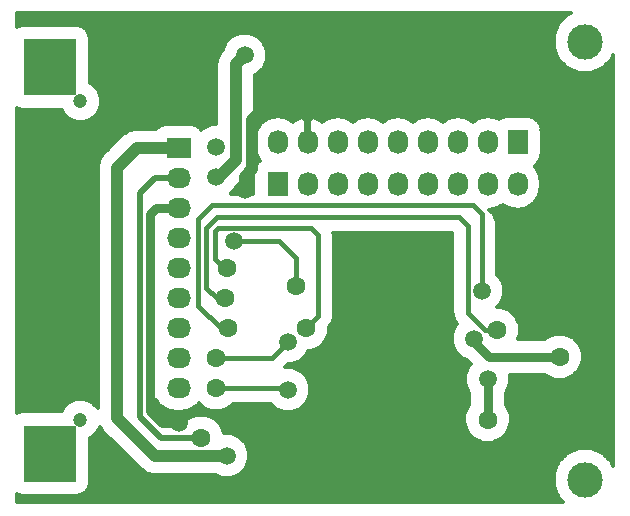
<source format=gbr>
G04 #@! TF.FileFunction,Copper,L2,Bot,Signal*
%FSLAX46Y46*%
G04 Gerber Fmt 4.6, Leading zero omitted, Abs format (unit mm)*
G04 Created by KiCad (PCBNEW 4.0.6-e0-6349~53~ubuntu14.04.1) date Thu Nov 23 15:23:52 2017*
%MOMM*%
%LPD*%
G01*
G04 APERTURE LIST*
%ADD10C,0.100000*%
%ADD11R,1.727200X2.032000*%
%ADD12O,1.727200X2.032000*%
%ADD13R,2.032000X1.727200*%
%ADD14O,2.032000X1.727200*%
%ADD15C,1.200000*%
%ADD16R,4.500000X4.850000*%
%ADD17C,3.000000*%
%ADD18C,1.600000*%
%ADD19C,1.500000*%
%ADD20C,0.762000*%
%ADD21C,1.000000*%
%ADD22C,0.508000*%
%ADD23C,0.381000*%
%ADD24C,0.300000*%
G04 APERTURE END LIST*
D10*
D11*
X135001000Y-90297000D03*
D12*
X132461000Y-90297000D03*
X129921000Y-90297000D03*
X127381000Y-90297000D03*
X124841000Y-90297000D03*
X122301000Y-90297000D03*
X119761000Y-90297000D03*
X117221000Y-90297000D03*
X114681000Y-90297000D03*
D11*
X114681000Y-93853000D03*
D12*
X117221000Y-93853000D03*
X119761000Y-93853000D03*
X122301000Y-93853000D03*
X124841000Y-93853000D03*
X127381000Y-93853000D03*
X129921000Y-93853000D03*
X132461000Y-93853000D03*
X135001000Y-93853000D03*
D13*
X106299000Y-90805000D03*
D14*
X106299000Y-93345000D03*
X106299000Y-95885000D03*
X106299000Y-98425000D03*
X106299000Y-100965000D03*
X106299000Y-103505000D03*
X106299000Y-106045000D03*
X106299000Y-108585000D03*
X106299000Y-111125000D03*
D15*
X97987000Y-113813000D03*
X97987000Y-86813000D03*
D16*
X95387000Y-116663000D03*
X95387000Y-83963000D03*
D17*
X140716000Y-81788000D03*
X140716000Y-118872000D03*
D18*
X124206000Y-106934000D03*
D19*
X106299000Y-114046000D03*
X111887000Y-94361000D03*
X119761000Y-85090000D03*
X110363000Y-116840000D03*
X109474000Y-90678000D03*
D18*
X138557000Y-108458000D03*
D19*
X131318000Y-106934000D03*
D18*
X108204000Y-115316000D03*
D19*
X111887000Y-82931000D03*
X109474000Y-93218000D03*
X132461000Y-110363000D03*
D18*
X132461000Y-113792000D03*
X109474000Y-111125000D03*
D19*
X115570000Y-111252000D03*
X115570000Y-107188000D03*
D18*
X109474000Y-108585000D03*
X133223000Y-106172000D03*
X110236000Y-103505000D03*
X110363000Y-100965000D03*
X117094000Y-106045000D03*
D19*
X110998000Y-98679000D03*
D18*
X116205000Y-102489000D03*
D19*
X131953000Y-102870000D03*
D18*
X110490000Y-106045000D03*
D20*
X106299000Y-95885000D02*
X104394000Y-95885000D01*
X104902000Y-114046000D02*
X106299000Y-114046000D01*
X103886000Y-113030000D02*
X104902000Y-114046000D01*
X103886000Y-96393000D02*
X103886000Y-113030000D01*
X104394000Y-95885000D02*
X103886000Y-96393000D01*
D21*
X111887000Y-94361000D02*
X111887000Y-93218000D01*
X112522000Y-88392000D02*
X115824000Y-85090000D01*
X112522000Y-92583000D02*
X112522000Y-88392000D01*
X111887000Y-93218000D02*
X112522000Y-92583000D01*
X115824000Y-85090000D02*
X119761000Y-85090000D01*
X115697000Y-85090000D02*
X115824000Y-85090000D01*
X106299000Y-90805000D02*
X102743000Y-90805000D01*
X104267000Y-116840000D02*
X110363000Y-116840000D01*
X101092000Y-113665000D02*
X104267000Y-116840000D01*
X101092000Y-92456000D02*
X101092000Y-113665000D01*
X102743000Y-90805000D02*
X101092000Y-92456000D01*
D20*
X131318000Y-106934000D02*
X131318000Y-107188000D01*
X131318000Y-107188000D02*
X132588000Y-108458000D01*
X132588000Y-108458000D02*
X138557000Y-108458000D01*
D22*
X104267000Y-93345000D02*
X102997000Y-94615000D01*
X102997000Y-94615000D02*
X102997000Y-113538000D01*
X102997000Y-113538000D02*
X104775000Y-115316000D01*
X104775000Y-115316000D02*
X108204000Y-115316000D01*
X106299000Y-93345000D02*
X104267000Y-93345000D01*
D21*
X109474000Y-93218000D02*
X109728000Y-93218000D01*
X111125000Y-83693000D02*
X111887000Y-82931000D01*
X111125000Y-91821000D02*
X111125000Y-83693000D01*
X109728000Y-93218000D02*
X111125000Y-91821000D01*
D20*
X132461000Y-110363000D02*
X132461000Y-113919000D01*
X132461000Y-113919000D02*
X132461000Y-113792000D01*
D23*
X109474000Y-111125000D02*
X115443000Y-111125000D01*
X115443000Y-111125000D02*
X115570000Y-111252000D01*
X115570000Y-111252000D02*
X115443000Y-111379000D01*
X115443000Y-111379000D02*
X115443000Y-111506000D01*
X109474000Y-108585000D02*
X114173000Y-108585000D01*
X114173000Y-108585000D02*
X115570000Y-107188000D01*
X110236000Y-103505000D02*
X109547002Y-103505000D01*
X109547002Y-103505000D02*
X108658002Y-102616000D01*
X108658002Y-102616000D02*
X108658002Y-97536000D01*
X108658002Y-97536000D02*
X109547002Y-96647000D01*
X109547002Y-96647000D02*
X130048000Y-96647000D01*
X130048000Y-96647000D02*
X130810000Y-97409000D01*
X130810000Y-97409000D02*
X130810000Y-104775000D01*
X130810000Y-104775000D02*
X132207000Y-106172000D01*
X132207000Y-106172000D02*
X133223000Y-106172000D01*
X110363000Y-100965000D02*
X110109000Y-100965000D01*
X118110000Y-105029000D02*
X117094000Y-106045000D01*
X118110000Y-98171000D02*
X118110000Y-105029000D01*
X117475000Y-97536000D02*
X118110000Y-98171000D01*
X109601000Y-97536000D02*
X117475000Y-97536000D01*
X109347000Y-97790000D02*
X109601000Y-97536000D01*
X109347000Y-100203000D02*
X109347000Y-97790000D01*
X110109000Y-100965000D02*
X109347000Y-100203000D01*
X117094000Y-106045000D02*
X117094000Y-105918000D01*
X114808000Y-98679000D02*
X116205000Y-100076000D01*
X116205000Y-100076000D02*
X116205000Y-102489000D01*
X110998000Y-98679000D02*
X114808000Y-98679000D01*
X110490000Y-106045000D02*
X109855000Y-106045000D01*
X131953000Y-96393000D02*
X131953000Y-102870000D01*
X131191000Y-95631000D02*
X131953000Y-96393000D01*
X109093000Y-95631000D02*
X131191000Y-95631000D01*
X107950000Y-96774000D02*
X109093000Y-95631000D01*
X107950000Y-104140000D02*
X107950000Y-96774000D01*
X109855000Y-106045000D02*
X107950000Y-104140000D01*
D24*
X139560835Y-79398000D02*
X92606000Y-79398000D01*
X139118815Y-79638000D02*
X92606000Y-79638000D01*
X138878395Y-79878000D02*
X92606000Y-79878000D01*
X138637976Y-80118000D02*
X92606000Y-80118000D01*
X138440410Y-80358000D02*
X92606000Y-80358000D01*
X138340754Y-80598000D02*
X98298296Y-80598000D01*
X138241097Y-80838000D02*
X98553133Y-80838000D01*
X111396180Y-81078000D02*
X98707569Y-81078000D01*
X138141441Y-81078000D02*
X112378983Y-81078000D01*
X110815336Y-81318000D02*
X98768134Y-81318000D01*
X138066410Y-81318000D02*
X112956968Y-81318000D01*
X110573045Y-81558000D02*
X98809529Y-81558000D01*
X138066200Y-81558000D02*
X113201058Y-81558000D01*
X110332626Y-81798000D02*
X98809529Y-81798000D01*
X138065991Y-81798000D02*
X113440640Y-81798000D01*
X110200517Y-82038000D02*
X98809529Y-82038000D01*
X138065781Y-82038000D02*
X113573823Y-82038000D01*
X110100861Y-82278000D02*
X98809529Y-82278000D01*
X138065572Y-82278000D02*
X113672989Y-82278000D01*
X109966548Y-82518000D02*
X98809529Y-82518000D01*
X138150325Y-82518000D02*
X113772155Y-82518000D01*
X109803440Y-82758000D02*
X98809529Y-82758000D01*
X138249491Y-82758000D02*
X113787151Y-82758000D01*
X109643077Y-82998000D02*
X98809529Y-82998000D01*
X138348657Y-82998000D02*
X113786941Y-82998000D01*
X143106000Y-82998000D02*
X143082941Y-82998000D01*
X109565506Y-83238000D02*
X98809529Y-83238000D01*
X138447823Y-83238000D02*
X113786732Y-83238000D01*
X143106000Y-83238000D02*
X142983285Y-83238000D01*
X109517767Y-83478000D02*
X98809529Y-83478000D01*
X138658652Y-83478000D02*
X113717154Y-83478000D01*
X143106000Y-83478000D02*
X142773989Y-83478000D01*
X109475000Y-83718000D02*
X98809529Y-83718000D01*
X138898233Y-83718000D02*
X113617498Y-83718000D01*
X143106000Y-83718000D02*
X142533570Y-83718000D01*
X109475000Y-83958000D02*
X98809529Y-83958000D01*
X139137815Y-83958000D02*
X113517841Y-83958000D01*
X143106000Y-83958000D02*
X142293151Y-83958000D01*
X109475000Y-84198000D02*
X98809529Y-84198000D01*
X139609695Y-84198000D02*
X113307140Y-84198000D01*
X143106000Y-84198000D02*
X141822761Y-84198000D01*
X109475000Y-84438000D02*
X98809529Y-84438000D01*
X140714833Y-84438000D02*
X113066720Y-84438000D01*
X143106000Y-84438000D02*
X141241915Y-84438000D01*
X109475000Y-84678000D02*
X98809529Y-84678000D01*
X143106000Y-84678000D02*
X112775000Y-84678000D01*
X109475000Y-84918000D02*
X98809529Y-84918000D01*
X143106000Y-84918000D02*
X112775000Y-84918000D01*
X109475000Y-85158000D02*
X98809529Y-85158000D01*
X143106000Y-85158000D02*
X112775000Y-85158000D01*
X109475000Y-85398000D02*
X99047185Y-85398000D01*
X143106000Y-85398000D02*
X112775000Y-85398000D01*
X109475000Y-85638000D02*
X99286767Y-85638000D01*
X143106000Y-85638000D02*
X112775000Y-85638000D01*
X109475000Y-85878000D02*
X99494169Y-85878000D01*
X143106000Y-85878000D02*
X112775000Y-85878000D01*
X109475000Y-86118000D02*
X99593336Y-86118000D01*
X143106000Y-86118000D02*
X112775000Y-86118000D01*
X109475000Y-86358000D02*
X99692502Y-86358000D01*
X143106000Y-86358000D02*
X112775000Y-86358000D01*
X109475000Y-86598000D02*
X99737189Y-86598000D01*
X143106000Y-86598000D02*
X112775000Y-86598000D01*
X109475000Y-86838000D02*
X99736979Y-86838000D01*
X143106000Y-86838000D02*
X112775000Y-86838000D01*
X109475000Y-87078000D02*
X99736769Y-87078000D01*
X143106000Y-87078000D02*
X112775000Y-87078000D01*
X109475000Y-87318000D02*
X99672178Y-87318000D01*
X143106000Y-87318000D02*
X112775000Y-87318000D01*
X93124511Y-87558000D02*
X92606000Y-87558000D01*
X109475000Y-87558000D02*
X99572521Y-87558000D01*
X143106000Y-87558000D02*
X112775000Y-87558000D01*
X96500490Y-87798000D02*
X92606000Y-87798000D01*
X109475000Y-87798000D02*
X99472864Y-87798000D01*
X143106000Y-87798000D02*
X112775000Y-87798000D01*
X96737146Y-88038000D02*
X92606000Y-88038000D01*
X109475000Y-88038000D02*
X99236897Y-88038000D01*
X143106000Y-88038000D02*
X112775000Y-88038000D01*
X96976727Y-88278000D02*
X92606000Y-88278000D01*
X109475000Y-88278000D02*
X98996477Y-88278000D01*
X113856315Y-88278000D02*
X112775000Y-88278000D01*
X116552040Y-88278000D02*
X115505686Y-88278000D01*
X117562110Y-88278000D02*
X116879891Y-88278000D01*
X118936315Y-88278000D02*
X117889961Y-88278000D01*
X121476315Y-88278000D02*
X120585686Y-88278000D01*
X124016315Y-88278000D02*
X123125686Y-88278000D01*
X126556315Y-88278000D02*
X125665686Y-88278000D01*
X129096315Y-88278000D02*
X128205686Y-88278000D01*
X131636315Y-88278000D02*
X130745686Y-88278000D01*
X133572397Y-88278000D02*
X133285686Y-88278000D01*
X143106000Y-88278000D02*
X136433692Y-88278000D01*
X97529736Y-88518000D02*
X92606000Y-88518000D01*
X109475000Y-88518000D02*
X98443212Y-88518000D01*
X113497130Y-88518000D02*
X112775000Y-88518000D01*
X116034429Y-88518000D02*
X115864871Y-88518000D01*
X117371000Y-88518000D02*
X117071000Y-88518000D01*
X118577130Y-88518000D02*
X118407572Y-88518000D01*
X121117130Y-88518000D02*
X120944871Y-88518000D01*
X123657130Y-88518000D02*
X123484871Y-88518000D01*
X126197130Y-88518000D02*
X126024871Y-88518000D01*
X128737130Y-88518000D02*
X128564871Y-88518000D01*
X131277130Y-88518000D02*
X131104871Y-88518000D01*
X143106000Y-88518000D02*
X136740193Y-88518000D01*
X109475000Y-88758000D02*
X92606000Y-88758000D01*
X113203941Y-88758000D02*
X112775000Y-88758000D01*
X117371000Y-88758000D02*
X117071000Y-88758000D01*
X143106000Y-88758000D02*
X136894629Y-88758000D01*
X104625376Y-88998000D02*
X92606000Y-88998000D01*
X108564488Y-88998000D02*
X107971320Y-88998000D01*
X113043578Y-88998000D02*
X112775000Y-88998000D01*
X117371000Y-88998000D02*
X117071000Y-88998000D01*
X143106000Y-88998000D02*
X136983880Y-88998000D01*
X102325729Y-89238000D02*
X92606000Y-89238000D01*
X112883215Y-89238000D02*
X112775000Y-89238000D01*
X117371000Y-89238000D02*
X117071000Y-89238000D01*
X143106000Y-89238000D02*
X137029039Y-89238000D01*
X101816141Y-89478000D02*
X92606000Y-89478000D01*
X112791555Y-89478000D02*
X112775000Y-89478000D01*
X117371000Y-89478000D02*
X117071000Y-89478000D01*
X143106000Y-89478000D02*
X137037129Y-89478000D01*
X101496548Y-89718000D02*
X92606000Y-89718000D01*
X117371000Y-89718000D02*
X117071000Y-89718000D01*
X143106000Y-89718000D02*
X137037129Y-89718000D01*
X101256548Y-89958000D02*
X92606000Y-89958000D01*
X117371000Y-89958000D02*
X117071000Y-89958000D01*
X143106000Y-89958000D02*
X137037129Y-89958000D01*
X101016548Y-90198000D02*
X92606000Y-90198000D01*
X117391000Y-90198000D02*
X117051000Y-90198000D01*
X143106000Y-90198000D02*
X137037129Y-90198000D01*
X100776548Y-90438000D02*
X92606000Y-90438000D01*
X117391000Y-90438000D02*
X117051000Y-90438000D01*
X143106000Y-90438000D02*
X137037129Y-90438000D01*
X100536548Y-90678000D02*
X92606000Y-90678000D01*
X143106000Y-90678000D02*
X137037129Y-90678000D01*
X100296548Y-90918000D02*
X92606000Y-90918000D01*
X143106000Y-90918000D02*
X137037129Y-90918000D01*
X100056548Y-91158000D02*
X92606000Y-91158000D01*
X143106000Y-91158000D02*
X137037129Y-91158000D01*
X99852626Y-91398000D02*
X92606000Y-91398000D01*
X143106000Y-91398000D02*
X137019915Y-91398000D01*
X99692263Y-91638000D02*
X92606000Y-91638000D01*
X143106000Y-91638000D02*
X136971314Y-91638000D01*
X99556972Y-91878000D02*
X92606000Y-91878000D01*
X143106000Y-91878000D02*
X136870395Y-91878000D01*
X99509233Y-92118000D02*
X92606000Y-92118000D01*
X143106000Y-92118000D02*
X136706411Y-92118000D01*
X99461494Y-92358000D02*
X92606000Y-92358000D01*
X143106000Y-92358000D02*
X136507461Y-92358000D01*
X99442000Y-92598000D02*
X92606000Y-92598000D01*
X143106000Y-92598000D02*
X136667824Y-92598000D01*
X99442000Y-92838000D02*
X92606000Y-92838000D01*
X143106000Y-92838000D02*
X136828186Y-92838000D01*
X99442000Y-93078000D02*
X92606000Y-93078000D01*
X143106000Y-93078000D02*
X136899198Y-93078000D01*
X99442000Y-93318000D02*
X92606000Y-93318000D01*
X143106000Y-93318000D02*
X136946937Y-93318000D01*
X99442000Y-93558000D02*
X92606000Y-93558000D01*
X143106000Y-93558000D02*
X136994676Y-93558000D01*
X99442000Y-93798000D02*
X92606000Y-93798000D01*
X143106000Y-93798000D02*
X137014600Y-93798000D01*
X99442000Y-94038000D02*
X92606000Y-94038000D01*
X143106000Y-94038000D02*
X137014600Y-94038000D01*
X99442000Y-94278000D02*
X92606000Y-94278000D01*
X143106000Y-94278000D02*
X136968817Y-94278000D01*
X99442000Y-94518000D02*
X92606000Y-94518000D01*
X143106000Y-94518000D02*
X136921078Y-94518000D01*
X99442000Y-94758000D02*
X92606000Y-94758000D01*
X143106000Y-94758000D02*
X136873339Y-94758000D01*
X99442000Y-94998000D02*
X92606000Y-94998000D01*
X143106000Y-94998000D02*
X136741322Y-94998000D01*
X99442000Y-95238000D02*
X92606000Y-95238000D01*
X143106000Y-95238000D02*
X136580959Y-95238000D01*
X99442000Y-95478000D02*
X92606000Y-95478000D01*
X143106000Y-95478000D02*
X136415347Y-95478000D01*
X99442000Y-95718000D02*
X92606000Y-95718000D01*
X133945837Y-95718000D02*
X133516162Y-95718000D01*
X143106000Y-95718000D02*
X136056162Y-95718000D01*
X99442000Y-95958000D02*
X92606000Y-95958000D01*
X134481001Y-95958000D02*
X132980998Y-95958000D01*
X143106000Y-95958000D02*
X135520998Y-95958000D01*
X99442000Y-96198000D02*
X92606000Y-96198000D01*
X143106000Y-96198000D02*
X132764753Y-96198000D01*
X99442000Y-96438000D02*
X92606000Y-96438000D01*
X143106000Y-96438000D02*
X132970286Y-96438000D01*
X99442000Y-96678000D02*
X92606000Y-96678000D01*
X143106000Y-96678000D02*
X133130649Y-96678000D01*
X99442000Y-96918000D02*
X92606000Y-96918000D01*
X143106000Y-96918000D02*
X133221097Y-96918000D01*
X99442000Y-97158000D02*
X92606000Y-97158000D01*
X143106000Y-97158000D02*
X133268835Y-97158000D01*
X99442000Y-97398000D02*
X92606000Y-97398000D01*
X143106000Y-97398000D02*
X133293500Y-97398000D01*
X99442000Y-97638000D02*
X92606000Y-97638000D01*
X143106000Y-97638000D02*
X133293500Y-97638000D01*
X99442000Y-97878000D02*
X92606000Y-97878000D01*
X143106000Y-97878000D02*
X133293500Y-97878000D01*
X99442000Y-98118000D02*
X92606000Y-98118000D01*
X129485000Y-98118000D02*
X119439959Y-98118000D01*
X143106000Y-98118000D02*
X133293500Y-98118000D01*
X99442000Y-98358000D02*
X92606000Y-98358000D01*
X129485000Y-98358000D02*
X119450500Y-98358000D01*
X143106000Y-98358000D02*
X133293500Y-98358000D01*
X99442000Y-98598000D02*
X92606000Y-98598000D01*
X129485000Y-98598000D02*
X119450500Y-98598000D01*
X143106000Y-98598000D02*
X133293500Y-98598000D01*
X99442000Y-98838000D02*
X92606000Y-98838000D01*
X129485000Y-98838000D02*
X119450500Y-98838000D01*
X143106000Y-98838000D02*
X133293500Y-98838000D01*
X99442000Y-99078000D02*
X92606000Y-99078000D01*
X129485000Y-99078000D02*
X119450500Y-99078000D01*
X143106000Y-99078000D02*
X133293500Y-99078000D01*
X99442000Y-99318000D02*
X92606000Y-99318000D01*
X129485000Y-99318000D02*
X119450500Y-99318000D01*
X143106000Y-99318000D02*
X133293500Y-99318000D01*
X99442000Y-99558000D02*
X92606000Y-99558000D01*
X129485000Y-99558000D02*
X119450500Y-99558000D01*
X143106000Y-99558000D02*
X133293500Y-99558000D01*
X99442000Y-99798000D02*
X92606000Y-99798000D01*
X129485000Y-99798000D02*
X119450500Y-99798000D01*
X143106000Y-99798000D02*
X133293500Y-99798000D01*
X99442000Y-100038000D02*
X92606000Y-100038000D01*
X129485000Y-100038000D02*
X119450500Y-100038000D01*
X143106000Y-100038000D02*
X133293500Y-100038000D01*
X99442000Y-100278000D02*
X92606000Y-100278000D01*
X129485000Y-100278000D02*
X119450500Y-100278000D01*
X143106000Y-100278000D02*
X133293500Y-100278000D01*
X99442000Y-100518000D02*
X92606000Y-100518000D01*
X129485000Y-100518000D02*
X119450500Y-100518000D01*
X143106000Y-100518000D02*
X133293500Y-100518000D01*
X99442000Y-100758000D02*
X92606000Y-100758000D01*
X129485000Y-100758000D02*
X119450500Y-100758000D01*
X143106000Y-100758000D02*
X133293500Y-100758000D01*
X99442000Y-100998000D02*
X92606000Y-100998000D01*
X129485000Y-100998000D02*
X119450500Y-100998000D01*
X143106000Y-100998000D02*
X133293500Y-100998000D01*
X99442000Y-101238000D02*
X92606000Y-101238000D01*
X129485000Y-101238000D02*
X119450500Y-101238000D01*
X143106000Y-101238000D02*
X133293500Y-101238000D01*
X99442000Y-101478000D02*
X92606000Y-101478000D01*
X129485000Y-101478000D02*
X119450500Y-101478000D01*
X143106000Y-101478000D02*
X133293500Y-101478000D01*
X99442000Y-101718000D02*
X92606000Y-101718000D01*
X129485000Y-101718000D02*
X119450500Y-101718000D01*
X143106000Y-101718000D02*
X133487673Y-101718000D01*
X99442000Y-101958000D02*
X92606000Y-101958000D01*
X129485000Y-101958000D02*
X119450500Y-101958000D01*
X143106000Y-101958000D02*
X133631973Y-101958000D01*
X99442000Y-102198000D02*
X92606000Y-102198000D01*
X129485000Y-102198000D02*
X119450500Y-102198000D01*
X143106000Y-102198000D02*
X133731139Y-102198000D01*
X99442000Y-102438000D02*
X92606000Y-102438000D01*
X129485000Y-102438000D02*
X119450500Y-102438000D01*
X143106000Y-102438000D02*
X133830304Y-102438000D01*
X99442000Y-102678000D02*
X92606000Y-102678000D01*
X129485000Y-102678000D02*
X119450500Y-102678000D01*
X143106000Y-102678000D02*
X133853168Y-102678000D01*
X99442000Y-102918000D02*
X92606000Y-102918000D01*
X129485000Y-102918000D02*
X119450500Y-102918000D01*
X143106000Y-102918000D02*
X133852958Y-102918000D01*
X99442000Y-103158000D02*
X92606000Y-103158000D01*
X129485000Y-103158000D02*
X119450500Y-103158000D01*
X143106000Y-103158000D02*
X133852748Y-103158000D01*
X99442000Y-103398000D02*
X92606000Y-103398000D01*
X129485000Y-103398000D02*
X119450500Y-103398000D01*
X143106000Y-103398000D02*
X133791044Y-103398000D01*
X99442000Y-103638000D02*
X92606000Y-103638000D01*
X129485000Y-103638000D02*
X119450500Y-103638000D01*
X143106000Y-103638000D02*
X133691387Y-103638000D01*
X99442000Y-103878000D02*
X92606000Y-103878000D01*
X129485000Y-103878000D02*
X119450500Y-103878000D01*
X143106000Y-103878000D02*
X133591731Y-103878000D01*
X99442000Y-104118000D02*
X92606000Y-104118000D01*
X129485000Y-104118000D02*
X119450500Y-104118000D01*
X143106000Y-104118000D02*
X133392173Y-104118000D01*
X99442000Y-104358000D02*
X92606000Y-104358000D01*
X129485000Y-104358000D02*
X119450500Y-104358000D01*
X143106000Y-104358000D02*
X133939290Y-104358000D01*
X99442000Y-104598000D02*
X92606000Y-104598000D01*
X129485000Y-104598000D02*
X119450500Y-104598000D01*
X143106000Y-104598000D02*
X134407059Y-104598000D01*
X99442000Y-104838000D02*
X92606000Y-104838000D01*
X129497531Y-104838000D02*
X119450500Y-104838000D01*
X143106000Y-104838000D02*
X134646640Y-104838000D01*
X99442000Y-105078000D02*
X92606000Y-105078000D01*
X129545270Y-105078000D02*
X119440754Y-105078000D01*
X143106000Y-105078000D02*
X134880872Y-105078000D01*
X99442000Y-105318000D02*
X92606000Y-105318000D01*
X129609877Y-105318000D02*
X119393015Y-105318000D01*
X143106000Y-105318000D02*
X134980038Y-105318000D01*
X99442000Y-105558000D02*
X92606000Y-105558000D01*
X129770240Y-105558000D02*
X119337762Y-105558000D01*
X143106000Y-105558000D02*
X135079204Y-105558000D01*
X99442000Y-105798000D02*
X92606000Y-105798000D01*
X129766631Y-105798000D02*
X119177398Y-105798000D01*
X143106000Y-105798000D02*
X135173327Y-105798000D01*
X99442000Y-106038000D02*
X92606000Y-106038000D01*
X129632763Y-106038000D02*
X119044006Y-106038000D01*
X143106000Y-106038000D02*
X135173117Y-106038000D01*
X99442000Y-106278000D02*
X92606000Y-106278000D01*
X129533106Y-106278000D02*
X119043797Y-106278000D01*
X143106000Y-106278000D02*
X135172908Y-106278000D01*
X99442000Y-106518000D02*
X92606000Y-106518000D01*
X129433450Y-106518000D02*
X119009022Y-106518000D01*
X138145804Y-106518000D02*
X135172699Y-106518000D01*
X143106000Y-106518000D02*
X138969848Y-106518000D01*
X99442000Y-106758000D02*
X92606000Y-106758000D01*
X129418154Y-106758000D02*
X118909365Y-106758000D01*
X137564959Y-106758000D02*
X135091100Y-106758000D01*
X143106000Y-106758000D02*
X139547832Y-106758000D01*
X99442000Y-106998000D02*
X92606000Y-106998000D01*
X129417944Y-106998000D02*
X118809709Y-106998000D01*
X143106000Y-106998000D02*
X139854860Y-106998000D01*
X99442000Y-107238000D02*
X92606000Y-107238000D01*
X129417735Y-107238000D02*
X118659042Y-107238000D01*
X143106000Y-107238000D02*
X140094441Y-107238000D01*
X99442000Y-107478000D02*
X92606000Y-107478000D01*
X129486973Y-107478000D02*
X118418623Y-107478000D01*
X143106000Y-107478000D02*
X140261976Y-107478000D01*
X99442000Y-107718000D02*
X92606000Y-107718000D01*
X129586139Y-107718000D02*
X118151386Y-107718000D01*
X143106000Y-107718000D02*
X140361142Y-107718000D01*
X99442000Y-107958000D02*
X92606000Y-107958000D01*
X129685305Y-107958000D02*
X117570541Y-107958000D01*
X143106000Y-107958000D02*
X140460308Y-107958000D01*
X99442000Y-108198000D02*
X92606000Y-108198000D01*
X129895132Y-108198000D02*
X117207900Y-108198000D01*
X143106000Y-108198000D02*
X140507227Y-108198000D01*
X99442000Y-108438000D02*
X92606000Y-108438000D01*
X130134713Y-108438000D02*
X117007169Y-108438000D01*
X143106000Y-108438000D02*
X140507018Y-108438000D01*
X99442000Y-108678000D02*
X92606000Y-108678000D01*
X130563516Y-108678000D02*
X116766750Y-108678000D01*
X143106000Y-108678000D02*
X140506808Y-108678000D01*
X99442000Y-108918000D02*
X92606000Y-108918000D01*
X130882839Y-108918000D02*
X116358502Y-108918000D01*
X143106000Y-108918000D02*
X140477420Y-108918000D01*
X99442000Y-109158000D02*
X92606000Y-109158000D01*
X130978752Y-109158000D02*
X115495754Y-109158000D01*
X143106000Y-109158000D02*
X140377763Y-109158000D01*
X99442000Y-109398000D02*
X92606000Y-109398000D01*
X130804414Y-109398000D02*
X116059575Y-109398000D01*
X143106000Y-109398000D02*
X140278107Y-109398000D01*
X99442000Y-109638000D02*
X92606000Y-109638000D01*
X130704758Y-109638000D02*
X116637560Y-109638000D01*
X143106000Y-109638000D02*
X140135065Y-109638000D01*
X99442000Y-109878000D02*
X92606000Y-109878000D01*
X130605101Y-109878000D02*
X116883060Y-109878000D01*
X143106000Y-109878000D02*
X139894646Y-109878000D01*
X99442000Y-110118000D02*
X92606000Y-110118000D01*
X130561214Y-110118000D02*
X117122642Y-110118000D01*
X137469837Y-110118000D02*
X134361214Y-110118000D01*
X143106000Y-110118000D02*
X139645849Y-110118000D01*
X99442000Y-110358000D02*
X92606000Y-110358000D01*
X130561004Y-110358000D02*
X117256410Y-110358000D01*
X138047821Y-110358000D02*
X134361004Y-110358000D01*
X143106000Y-110358000D02*
X139065004Y-110358000D01*
X99442000Y-110598000D02*
X92606000Y-110598000D01*
X130560795Y-110598000D02*
X117355576Y-110598000D01*
X143106000Y-110598000D02*
X134360795Y-110598000D01*
X99442000Y-110838000D02*
X92606000Y-110838000D01*
X130601463Y-110838000D02*
X117454742Y-110838000D01*
X143106000Y-110838000D02*
X134321051Y-110838000D01*
X99442000Y-111078000D02*
X92606000Y-111078000D01*
X130700629Y-111078000D02*
X117470152Y-111078000D01*
X143106000Y-111078000D02*
X134221395Y-111078000D01*
X99442000Y-111318000D02*
X92606000Y-111318000D01*
X130799795Y-111318000D02*
X117469942Y-111318000D01*
X143106000Y-111318000D02*
X134121738Y-111318000D01*
X99442000Y-111558000D02*
X92606000Y-111558000D01*
X130930000Y-111558000D02*
X117469733Y-111558000D01*
X143106000Y-111558000D02*
X133992000Y-111558000D01*
X99442000Y-111798000D02*
X92606000Y-111798000D01*
X130930000Y-111798000D02*
X117400570Y-111798000D01*
X143106000Y-111798000D02*
X133992000Y-111798000D01*
X99442000Y-112038000D02*
X92606000Y-112038000D01*
X130930000Y-112038000D02*
X117300913Y-112038000D01*
X143106000Y-112038000D02*
X133992000Y-112038000D01*
X97119357Y-112278000D02*
X92606000Y-112278000D01*
X99442000Y-112278000D02*
X98853670Y-112278000D01*
X104499373Y-112278000D02*
X104401000Y-112278000D01*
X130930000Y-112278000D02*
X117201256Y-112278000D01*
X143106000Y-112278000D02*
X133992000Y-112278000D01*
X96807226Y-112518000D02*
X92606000Y-112518000D01*
X99442000Y-112518000D02*
X99166976Y-112518000D01*
X104659736Y-112518000D02*
X104401000Y-112518000D01*
X108109257Y-112518000D02*
X107938264Y-112518000D01*
X114149128Y-112518000D02*
X110838693Y-112518000D01*
X130930000Y-112518000D02*
X116991141Y-112518000D01*
X143106000Y-112518000D02*
X133992000Y-112518000D01*
X96566806Y-112758000D02*
X92606000Y-112758000D01*
X99442000Y-112758000D02*
X99406557Y-112758000D01*
X104993380Y-112758000D02*
X104401000Y-112758000D01*
X108348838Y-112758000D02*
X107604619Y-112758000D01*
X114388709Y-112758000D02*
X110598273Y-112758000D01*
X130778925Y-112758000D02*
X116750722Y-112758000D01*
X143106000Y-112758000D02*
X134143664Y-112758000D01*
X96430546Y-112998000D02*
X92606000Y-112998000D01*
X105397321Y-112998000D02*
X104442556Y-112998000D01*
X108899798Y-112998000D02*
X107200678Y-112998000D01*
X114820332Y-112998000D02*
X110047349Y-112998000D01*
X130679269Y-112998000D02*
X116319779Y-112998000D01*
X143106000Y-112998000D02*
X134242830Y-112998000D01*
X130579612Y-113238000D02*
X104682556Y-113238000D01*
X143106000Y-113238000D02*
X134341996Y-113238000D01*
X107545944Y-113478000D02*
X104922556Y-113478000D01*
X130511274Y-113478000D02*
X108862491Y-113478000D01*
X143106000Y-113478000D02*
X134411275Y-113478000D01*
X107044665Y-113718000D02*
X105162556Y-113718000D01*
X130511064Y-113718000D02*
X109364101Y-113718000D01*
X143106000Y-113718000D02*
X134411065Y-113718000D01*
X130510855Y-113958000D02*
X109603682Y-113958000D01*
X143106000Y-113958000D02*
X134410856Y-113958000D01*
X130518852Y-114198000D02*
X109843263Y-114198000D01*
X143106000Y-114198000D02*
X134403843Y-114198000D01*
X99662194Y-114438000D02*
X99622349Y-114438000D01*
X130618018Y-114438000D02*
X109951122Y-114438000D01*
X143106000Y-114438000D02*
X134304186Y-114438000D01*
X99822557Y-114678000D02*
X99522693Y-114678000D01*
X130717184Y-114678000D02*
X110050287Y-114678000D01*
X143106000Y-114678000D02*
X134204529Y-114678000D01*
X100011548Y-114918000D02*
X99357106Y-114918000D01*
X130829723Y-114918000D02*
X110149453Y-114918000D01*
X143106000Y-114918000D02*
X134093160Y-114918000D01*
X100251548Y-115158000D02*
X99116687Y-115158000D01*
X131069304Y-115158000D02*
X111266797Y-115158000D01*
X143106000Y-115158000D02*
X133852740Y-115158000D01*
X100491548Y-115398000D02*
X98809529Y-115398000D01*
X131308885Y-115398000D02*
X111608179Y-115398000D01*
X143106000Y-115398000D02*
X133612321Y-115398000D01*
X100731548Y-115638000D02*
X98809529Y-115638000D01*
X131821775Y-115638000D02*
X111847760Y-115638000D01*
X143106000Y-115638000D02*
X133099694Y-115638000D01*
X100971548Y-115878000D02*
X98809529Y-115878000D01*
X143106000Y-115878000D02*
X112021313Y-115878000D01*
X101211548Y-116118000D02*
X98809529Y-116118000D01*
X143106000Y-116118000D02*
X112120479Y-116118000D01*
X101451548Y-116358000D02*
X98809529Y-116358000D01*
X139860939Y-116358000D02*
X112219645Y-116358000D01*
X143106000Y-116358000D02*
X141571845Y-116358000D01*
X101691548Y-116598000D02*
X98809529Y-116598000D01*
X139280094Y-116598000D02*
X112263211Y-116598000D01*
X143106000Y-116598000D02*
X142149830Y-116598000D01*
X101931548Y-116838000D02*
X98809529Y-116838000D01*
X139002612Y-116838000D02*
X112263002Y-116838000D01*
X143106000Y-116838000D02*
X142429948Y-116838000D01*
X102171548Y-117078000D02*
X98809529Y-117078000D01*
X138762193Y-117078000D02*
X112262792Y-117078000D01*
X143106000Y-117078000D02*
X142669530Y-117078000D01*
X102411548Y-117318000D02*
X98809529Y-117318000D01*
X138521773Y-117318000D02*
X112221806Y-117318000D01*
X143106000Y-117318000D02*
X142909111Y-117318000D01*
X102651548Y-117558000D02*
X98809529Y-117558000D01*
X138392243Y-117558000D02*
X112122149Y-117558000D01*
X143106000Y-117558000D02*
X143040371Y-117558000D01*
X102891548Y-117798000D02*
X98809529Y-117798000D01*
X138292586Y-117798000D02*
X112022492Y-117798000D01*
X103147078Y-118038000D02*
X98809529Y-118038000D01*
X138192930Y-118038000D02*
X111852260Y-118038000D01*
X103506263Y-118278000D02*
X98809529Y-118278000D01*
X138093273Y-118278000D02*
X111611841Y-118278000D01*
X109449570Y-118518000D02*
X98809529Y-118518000D01*
X138066308Y-118518000D02*
X111277352Y-118518000D01*
X138066099Y-118758000D02*
X98809529Y-118758000D01*
X138065890Y-118998000D02*
X98809529Y-118998000D01*
X138065680Y-119238000D02*
X98779153Y-119238000D01*
X138099090Y-119478000D02*
X98730551Y-119478000D01*
X138198255Y-119718000D02*
X98598383Y-119718000D01*
X138297421Y-119958000D02*
X98408691Y-119958000D01*
X92828224Y-120198000D02*
X92606000Y-120198000D01*
X138396587Y-120198000D02*
X97969314Y-120198000D01*
X138534868Y-120438000D02*
X92606000Y-120438000D01*
X138774449Y-120678000D02*
X92606000Y-120678000D01*
X106449000Y-95715000D02*
X106149000Y-95715000D01*
X106469000Y-95955000D02*
X106129000Y-95955000D01*
X112775000Y-91032776D02*
X112775000Y-91032776D01*
X112827605Y-91272776D02*
X112775000Y-91272776D01*
X112987968Y-91512776D02*
X112775000Y-91512776D01*
X113148331Y-91752776D02*
X112775000Y-91752776D01*
X113005652Y-91992776D02*
X112740831Y-91992776D01*
X112838405Y-92232776D02*
X112693092Y-92232776D01*
X112718629Y-92472776D02*
X112635804Y-92472776D01*
X112670028Y-92712776D02*
X112475441Y-92712776D01*
X112644871Y-92952776D02*
X112315078Y-92952776D01*
X112644871Y-93192776D02*
X112086676Y-93192776D01*
X112644871Y-93432776D02*
X111846676Y-93432776D01*
X112644871Y-93672776D02*
X111606676Y-93672776D01*
X112644871Y-93912776D02*
X111366676Y-93912776D01*
X112644871Y-94152776D02*
X111143136Y-94152776D01*
X112644871Y-94392776D02*
X110986525Y-94392776D01*
X112644871Y-94632776D02*
X110746105Y-94632776D01*
X139216856Y-79540129D02*
X138470749Y-80284935D01*
X138066461Y-81258570D01*
X138065541Y-82312805D01*
X138468129Y-83287144D01*
X139212935Y-84033251D01*
X140186570Y-84437539D01*
X141240805Y-84438459D01*
X142215144Y-84035871D01*
X142961251Y-83291065D01*
X143106000Y-82942470D01*
X143106000Y-117716835D01*
X142963871Y-117372856D01*
X142219065Y-116626749D01*
X141245430Y-116222461D01*
X140191195Y-116221541D01*
X139216856Y-116624129D01*
X138470749Y-117368935D01*
X138066461Y-118342570D01*
X138065541Y-119396805D01*
X138468129Y-120371144D01*
X138850317Y-120754000D01*
X92606000Y-120754000D01*
X92606000Y-120117027D01*
X92680821Y-120168150D01*
X93137000Y-120260529D01*
X97637000Y-120260529D01*
X98063164Y-120180341D01*
X98454570Y-119928478D01*
X98717150Y-119544179D01*
X98809529Y-119088000D01*
X98809529Y-115366641D01*
X98977001Y-115297443D01*
X99469713Y-114805590D01*
X99637621Y-114401223D01*
X99925274Y-114831726D01*
X103100274Y-118006726D01*
X103635572Y-118364401D01*
X104267000Y-118490000D01*
X109382139Y-118490000D01*
X109983409Y-118739669D01*
X110739275Y-118740329D01*
X111437857Y-118451681D01*
X111972802Y-117917669D01*
X112262669Y-117219591D01*
X112263329Y-116463725D01*
X111974681Y-115765143D01*
X111440669Y-115230198D01*
X110742591Y-114940331D01*
X110154329Y-114939817D01*
X110154338Y-114929823D01*
X109858094Y-114212857D01*
X109310029Y-113663834D01*
X108593581Y-113366339D01*
X107817823Y-113365662D01*
X107100857Y-113661906D01*
X106850326Y-113912000D01*
X105356556Y-113912000D01*
X104401000Y-112956444D01*
X104401000Y-112130774D01*
X104680336Y-112548830D01*
X105333595Y-112985324D01*
X106104166Y-113138600D01*
X106493834Y-113138600D01*
X107264405Y-112985324D01*
X107917664Y-112548830D01*
X108006826Y-112415390D01*
X108367971Y-112777166D01*
X109084419Y-113074661D01*
X109860177Y-113075338D01*
X110577143Y-112779094D01*
X110891285Y-112465500D01*
X114096720Y-112465500D01*
X114492331Y-112861802D01*
X115190409Y-113151669D01*
X115946275Y-113152329D01*
X116644857Y-112863681D01*
X117179802Y-112329669D01*
X117469669Y-111631591D01*
X117470329Y-110875725D01*
X117181681Y-110177143D01*
X116647669Y-109642198D01*
X115949591Y-109352331D01*
X115301988Y-109351766D01*
X115565757Y-109087997D01*
X115946275Y-109088329D01*
X116644857Y-108799681D01*
X117179802Y-108265669D01*
X117292121Y-107995174D01*
X117480177Y-107995338D01*
X118197143Y-107699094D01*
X118746166Y-107151029D01*
X119043661Y-106434581D01*
X119044048Y-105990706D01*
X119057877Y-105976877D01*
X119348461Y-105541988D01*
X119450501Y-105029000D01*
X119450500Y-105028995D01*
X119450500Y-98171005D01*
X119450501Y-98171000D01*
X119414000Y-97987500D01*
X129485000Y-97987500D01*
X129485000Y-104775000D01*
X129585860Y-105282056D01*
X129782481Y-105576319D01*
X129864994Y-105699808D01*
X129708198Y-105856331D01*
X129418331Y-106554409D01*
X129417671Y-107310275D01*
X129706319Y-108008857D01*
X130240331Y-108543802D01*
X130699167Y-108734327D01*
X131050858Y-109086019D01*
X130851198Y-109285331D01*
X130561331Y-109983409D01*
X130560671Y-110739275D01*
X130849319Y-111437857D01*
X130930000Y-111518679D01*
X130930000Y-112565016D01*
X130808834Y-112685971D01*
X130511339Y-113402419D01*
X130510662Y-114178177D01*
X130806906Y-114895143D01*
X131354971Y-115444166D01*
X132071419Y-115741661D01*
X132847177Y-115742338D01*
X133564143Y-115446094D01*
X134113166Y-114898029D01*
X134410661Y-114181581D01*
X134411338Y-113405823D01*
X134115094Y-112688857D01*
X133992000Y-112565548D01*
X133992000Y-111519334D01*
X134070802Y-111440669D01*
X134360669Y-110742591D01*
X134361327Y-109989000D01*
X137330016Y-109989000D01*
X137450971Y-110110166D01*
X138167419Y-110407661D01*
X138943177Y-110408338D01*
X139660143Y-110112094D01*
X140209166Y-109564029D01*
X140506661Y-108847581D01*
X140507338Y-108071823D01*
X140211094Y-107354857D01*
X139663029Y-106805834D01*
X138946581Y-106508339D01*
X138170823Y-106507662D01*
X137453857Y-106803906D01*
X137330548Y-106927000D01*
X135020926Y-106927000D01*
X135172661Y-106561581D01*
X135173338Y-105785823D01*
X134877094Y-105068857D01*
X134329029Y-104519834D01*
X133612581Y-104222339D01*
X133287936Y-104222056D01*
X133562802Y-103947669D01*
X133852669Y-103249591D01*
X133853329Y-102493725D01*
X133564681Y-101795143D01*
X133293500Y-101523488D01*
X133293500Y-97282000D01*
X133251171Y-97069198D01*
X133191461Y-96769012D01*
X133054927Y-96564676D01*
X132900877Y-96334123D01*
X132900874Y-96334121D01*
X132600449Y-96033696D01*
X133231571Y-95908158D01*
X133731000Y-95574450D01*
X134230429Y-95908158D01*
X135001000Y-96061434D01*
X135771571Y-95908158D01*
X136424830Y-95471664D01*
X136861324Y-94818405D01*
X137014600Y-94047834D01*
X137014600Y-93658166D01*
X136861324Y-92887595D01*
X136464425Y-92293593D01*
X136682170Y-92153478D01*
X136944750Y-91769179D01*
X137037129Y-91313000D01*
X137037129Y-89281000D01*
X136956941Y-88854836D01*
X136705078Y-88463430D01*
X136320779Y-88200850D01*
X135864600Y-88108471D01*
X134137400Y-88108471D01*
X133711236Y-88188659D01*
X133426342Y-88371984D01*
X133231571Y-88241842D01*
X132461000Y-88088566D01*
X131690429Y-88241842D01*
X131191000Y-88575550D01*
X130691571Y-88241842D01*
X129921000Y-88088566D01*
X129150429Y-88241842D01*
X128651000Y-88575550D01*
X128151571Y-88241842D01*
X127381000Y-88088566D01*
X126610429Y-88241842D01*
X126111000Y-88575550D01*
X125611571Y-88241842D01*
X124841000Y-88088566D01*
X124070429Y-88241842D01*
X123571000Y-88575550D01*
X123071571Y-88241842D01*
X122301000Y-88088566D01*
X121530429Y-88241842D01*
X121031000Y-88575550D01*
X120531571Y-88241842D01*
X119761000Y-88088566D01*
X118990429Y-88241842D01*
X118472217Y-88588100D01*
X118406558Y-88516901D01*
X117693419Y-88187109D01*
X117683274Y-88184782D01*
X117371000Y-88425030D01*
X117371000Y-90147000D01*
X117391000Y-90147000D01*
X117391000Y-90447000D01*
X117371000Y-90447000D01*
X117371000Y-90467000D01*
X117071000Y-90467000D01*
X117071000Y-90447000D01*
X117051000Y-90447000D01*
X117051000Y-90147000D01*
X117071000Y-90147000D01*
X117071000Y-88425030D01*
X116758726Y-88184782D01*
X116748581Y-88187109D01*
X116035442Y-88516901D01*
X115969783Y-88588100D01*
X115451571Y-88241842D01*
X114681000Y-88088566D01*
X113910429Y-88241842D01*
X113257170Y-88678336D01*
X112820676Y-89331595D01*
X112775000Y-89561224D01*
X112775000Y-84619889D01*
X112961857Y-84542681D01*
X113496802Y-84008669D01*
X113786669Y-83310591D01*
X113787329Y-82554725D01*
X113498681Y-81856143D01*
X112964669Y-81321198D01*
X112266591Y-81031331D01*
X111510725Y-81030671D01*
X110812143Y-81319319D01*
X110277198Y-81853331D01*
X110025812Y-82458736D01*
X109958274Y-82526274D01*
X109600599Y-83061572D01*
X109475000Y-83693000D01*
X109475000Y-88778000D01*
X109097725Y-88777671D01*
X108399143Y-89066319D01*
X108228247Y-89236917D01*
X108155478Y-89123830D01*
X107771179Y-88861250D01*
X107315000Y-88768871D01*
X105283000Y-88768871D01*
X104856836Y-88849059D01*
X104465430Y-89100922D01*
X104428480Y-89155000D01*
X102743000Y-89155000D01*
X102111573Y-89280598D01*
X101576274Y-89638274D01*
X99925274Y-91289274D01*
X99567599Y-91824572D01*
X99442000Y-92456000D01*
X99442000Y-112793505D01*
X98979590Y-112330287D01*
X98336624Y-112063304D01*
X97640431Y-112062696D01*
X96996999Y-112328557D01*
X96504287Y-112820410D01*
X96402529Y-113065471D01*
X93137000Y-113065471D01*
X92710836Y-113145659D01*
X92606000Y-113213119D01*
X92606000Y-87417027D01*
X92680821Y-87468150D01*
X93137000Y-87560529D01*
X96402369Y-87560529D01*
X96502557Y-87803001D01*
X96994410Y-88295713D01*
X97637376Y-88562696D01*
X98333569Y-88563304D01*
X98977001Y-88297443D01*
X99469713Y-87805590D01*
X99736696Y-87162624D01*
X99737304Y-86466431D01*
X99471443Y-85822999D01*
X98979590Y-85330287D01*
X98809529Y-85259671D01*
X98809529Y-81538000D01*
X98729341Y-81111836D01*
X98477478Y-80720430D01*
X98093179Y-80457850D01*
X97637000Y-80365471D01*
X93137000Y-80365471D01*
X92710836Y-80445659D01*
X92606000Y-80513119D01*
X92606000Y-79398000D01*
X139560835Y-79398000D01*
X139216856Y-79540129D01*
X139560835Y-79398000D02*
X92606000Y-79398000D01*
X139118815Y-79638000D02*
X92606000Y-79638000D01*
X138878395Y-79878000D02*
X92606000Y-79878000D01*
X138637976Y-80118000D02*
X92606000Y-80118000D01*
X138440410Y-80358000D02*
X92606000Y-80358000D01*
X138340754Y-80598000D02*
X98298296Y-80598000D01*
X138241097Y-80838000D02*
X98553133Y-80838000D01*
X111396180Y-81078000D02*
X98707569Y-81078000D01*
X138141441Y-81078000D02*
X112378983Y-81078000D01*
X110815336Y-81318000D02*
X98768134Y-81318000D01*
X138066410Y-81318000D02*
X112956968Y-81318000D01*
X110573045Y-81558000D02*
X98809529Y-81558000D01*
X138066200Y-81558000D02*
X113201058Y-81558000D01*
X110332626Y-81798000D02*
X98809529Y-81798000D01*
X138065991Y-81798000D02*
X113440640Y-81798000D01*
X110200517Y-82038000D02*
X98809529Y-82038000D01*
X138065781Y-82038000D02*
X113573823Y-82038000D01*
X110100861Y-82278000D02*
X98809529Y-82278000D01*
X138065572Y-82278000D02*
X113672989Y-82278000D01*
X109966548Y-82518000D02*
X98809529Y-82518000D01*
X138150325Y-82518000D02*
X113772155Y-82518000D01*
X109803440Y-82758000D02*
X98809529Y-82758000D01*
X138249491Y-82758000D02*
X113787151Y-82758000D01*
X109643077Y-82998000D02*
X98809529Y-82998000D01*
X138348657Y-82998000D02*
X113786941Y-82998000D01*
X143106000Y-82998000D02*
X143082941Y-82998000D01*
X109565506Y-83238000D02*
X98809529Y-83238000D01*
X138447823Y-83238000D02*
X113786732Y-83238000D01*
X143106000Y-83238000D02*
X142983285Y-83238000D01*
X109517767Y-83478000D02*
X98809529Y-83478000D01*
X138658652Y-83478000D02*
X113717154Y-83478000D01*
X143106000Y-83478000D02*
X142773989Y-83478000D01*
X109475000Y-83718000D02*
X98809529Y-83718000D01*
X138898233Y-83718000D02*
X113617498Y-83718000D01*
X143106000Y-83718000D02*
X142533570Y-83718000D01*
X109475000Y-83958000D02*
X98809529Y-83958000D01*
X139137815Y-83958000D02*
X113517841Y-83958000D01*
X143106000Y-83958000D02*
X142293151Y-83958000D01*
X109475000Y-84198000D02*
X98809529Y-84198000D01*
X139609695Y-84198000D02*
X113307140Y-84198000D01*
X143106000Y-84198000D02*
X141822761Y-84198000D01*
X109475000Y-84438000D02*
X98809529Y-84438000D01*
X140714833Y-84438000D02*
X113066720Y-84438000D01*
X143106000Y-84438000D02*
X141241915Y-84438000D01*
X109475000Y-84678000D02*
X98809529Y-84678000D01*
X143106000Y-84678000D02*
X112775000Y-84678000D01*
X109475000Y-84918000D02*
X98809529Y-84918000D01*
X143106000Y-84918000D02*
X112775000Y-84918000D01*
X109475000Y-85158000D02*
X98809529Y-85158000D01*
X143106000Y-85158000D02*
X112775000Y-85158000D01*
X109475000Y-85398000D02*
X99047185Y-85398000D01*
X143106000Y-85398000D02*
X112775000Y-85398000D01*
X109475000Y-85638000D02*
X99286767Y-85638000D01*
X143106000Y-85638000D02*
X112775000Y-85638000D01*
X109475000Y-85878000D02*
X99494169Y-85878000D01*
X143106000Y-85878000D02*
X112775000Y-85878000D01*
X109475000Y-86118000D02*
X99593336Y-86118000D01*
X143106000Y-86118000D02*
X112775000Y-86118000D01*
X109475000Y-86358000D02*
X99692502Y-86358000D01*
X143106000Y-86358000D02*
X112775000Y-86358000D01*
X109475000Y-86598000D02*
X99737189Y-86598000D01*
X143106000Y-86598000D02*
X112775000Y-86598000D01*
X109475000Y-86838000D02*
X99736979Y-86838000D01*
X143106000Y-86838000D02*
X112775000Y-86838000D01*
X109475000Y-87078000D02*
X99736769Y-87078000D01*
X143106000Y-87078000D02*
X112775000Y-87078000D01*
X109475000Y-87318000D02*
X99672178Y-87318000D01*
X143106000Y-87318000D02*
X112775000Y-87318000D01*
X93124511Y-87558000D02*
X92606000Y-87558000D01*
X109475000Y-87558000D02*
X99572521Y-87558000D01*
X143106000Y-87558000D02*
X112775000Y-87558000D01*
X96500490Y-87798000D02*
X92606000Y-87798000D01*
X109475000Y-87798000D02*
X99472864Y-87798000D01*
X143106000Y-87798000D02*
X112775000Y-87798000D01*
X96737146Y-88038000D02*
X92606000Y-88038000D01*
X109475000Y-88038000D02*
X99236897Y-88038000D01*
X143106000Y-88038000D02*
X112775000Y-88038000D01*
X96976727Y-88278000D02*
X92606000Y-88278000D01*
X109475000Y-88278000D02*
X98996477Y-88278000D01*
X113856315Y-88278000D02*
X112775000Y-88278000D01*
X116552040Y-88278000D02*
X115505686Y-88278000D01*
X117562110Y-88278000D02*
X116879891Y-88278000D01*
X118936315Y-88278000D02*
X117889961Y-88278000D01*
X121476315Y-88278000D02*
X120585686Y-88278000D01*
X124016315Y-88278000D02*
X123125686Y-88278000D01*
X126556315Y-88278000D02*
X125665686Y-88278000D01*
X129096315Y-88278000D02*
X128205686Y-88278000D01*
X131636315Y-88278000D02*
X130745686Y-88278000D01*
X133572397Y-88278000D02*
X133285686Y-88278000D01*
X143106000Y-88278000D02*
X136433692Y-88278000D01*
X97529736Y-88518000D02*
X92606000Y-88518000D01*
X109475000Y-88518000D02*
X98443212Y-88518000D01*
X113497130Y-88518000D02*
X112775000Y-88518000D01*
X116034429Y-88518000D02*
X115864871Y-88518000D01*
X117371000Y-88518000D02*
X117071000Y-88518000D01*
X118577130Y-88518000D02*
X118407572Y-88518000D01*
X121117130Y-88518000D02*
X120944871Y-88518000D01*
X123657130Y-88518000D02*
X123484871Y-88518000D01*
X126197130Y-88518000D02*
X126024871Y-88518000D01*
X128737130Y-88518000D02*
X128564871Y-88518000D01*
X131277130Y-88518000D02*
X131104871Y-88518000D01*
X143106000Y-88518000D02*
X136740193Y-88518000D01*
X109475000Y-88758000D02*
X92606000Y-88758000D01*
X113203941Y-88758000D02*
X112775000Y-88758000D01*
X117371000Y-88758000D02*
X117071000Y-88758000D01*
X143106000Y-88758000D02*
X136894629Y-88758000D01*
X104625376Y-88998000D02*
X92606000Y-88998000D01*
X108564488Y-88998000D02*
X107971320Y-88998000D01*
X113043578Y-88998000D02*
X112775000Y-88998000D01*
X117371000Y-88998000D02*
X117071000Y-88998000D01*
X143106000Y-88998000D02*
X136983880Y-88998000D01*
X102325729Y-89238000D02*
X92606000Y-89238000D01*
X112883215Y-89238000D02*
X112775000Y-89238000D01*
X117371000Y-89238000D02*
X117071000Y-89238000D01*
X143106000Y-89238000D02*
X137029039Y-89238000D01*
X101816141Y-89478000D02*
X92606000Y-89478000D01*
X112791555Y-89478000D02*
X112775000Y-89478000D01*
X117371000Y-89478000D02*
X117071000Y-89478000D01*
X143106000Y-89478000D02*
X137037129Y-89478000D01*
X101496548Y-89718000D02*
X92606000Y-89718000D01*
X117371000Y-89718000D02*
X117071000Y-89718000D01*
X143106000Y-89718000D02*
X137037129Y-89718000D01*
X101256548Y-89958000D02*
X92606000Y-89958000D01*
X117371000Y-89958000D02*
X117071000Y-89958000D01*
X143106000Y-89958000D02*
X137037129Y-89958000D01*
X101016548Y-90198000D02*
X92606000Y-90198000D01*
X117391000Y-90198000D02*
X117051000Y-90198000D01*
X143106000Y-90198000D02*
X137037129Y-90198000D01*
X100776548Y-90438000D02*
X92606000Y-90438000D01*
X117391000Y-90438000D02*
X117051000Y-90438000D01*
X143106000Y-90438000D02*
X137037129Y-90438000D01*
X100536548Y-90678000D02*
X92606000Y-90678000D01*
X143106000Y-90678000D02*
X137037129Y-90678000D01*
X100296548Y-90918000D02*
X92606000Y-90918000D01*
X143106000Y-90918000D02*
X137037129Y-90918000D01*
X100056548Y-91158000D02*
X92606000Y-91158000D01*
X143106000Y-91158000D02*
X137037129Y-91158000D01*
X99852626Y-91398000D02*
X92606000Y-91398000D01*
X143106000Y-91398000D02*
X137019915Y-91398000D01*
X99692263Y-91638000D02*
X92606000Y-91638000D01*
X143106000Y-91638000D02*
X136971314Y-91638000D01*
X99556972Y-91878000D02*
X92606000Y-91878000D01*
X143106000Y-91878000D02*
X136870395Y-91878000D01*
X99509233Y-92118000D02*
X92606000Y-92118000D01*
X143106000Y-92118000D02*
X136706411Y-92118000D01*
X99461494Y-92358000D02*
X92606000Y-92358000D01*
X143106000Y-92358000D02*
X136507461Y-92358000D01*
X99442000Y-92598000D02*
X92606000Y-92598000D01*
X143106000Y-92598000D02*
X136667824Y-92598000D01*
X99442000Y-92838000D02*
X92606000Y-92838000D01*
X143106000Y-92838000D02*
X136828186Y-92838000D01*
X99442000Y-93078000D02*
X92606000Y-93078000D01*
X143106000Y-93078000D02*
X136899198Y-93078000D01*
X99442000Y-93318000D02*
X92606000Y-93318000D01*
X143106000Y-93318000D02*
X136946937Y-93318000D01*
X99442000Y-93558000D02*
X92606000Y-93558000D01*
X143106000Y-93558000D02*
X136994676Y-93558000D01*
X99442000Y-93798000D02*
X92606000Y-93798000D01*
X143106000Y-93798000D02*
X137014600Y-93798000D01*
X99442000Y-94038000D02*
X92606000Y-94038000D01*
X143106000Y-94038000D02*
X137014600Y-94038000D01*
X99442000Y-94278000D02*
X92606000Y-94278000D01*
X143106000Y-94278000D02*
X136968817Y-94278000D01*
X99442000Y-94518000D02*
X92606000Y-94518000D01*
X143106000Y-94518000D02*
X136921078Y-94518000D01*
X99442000Y-94758000D02*
X92606000Y-94758000D01*
X143106000Y-94758000D02*
X136873339Y-94758000D01*
X99442000Y-94998000D02*
X92606000Y-94998000D01*
X143106000Y-94998000D02*
X136741322Y-94998000D01*
X99442000Y-95238000D02*
X92606000Y-95238000D01*
X143106000Y-95238000D02*
X136580959Y-95238000D01*
X99442000Y-95478000D02*
X92606000Y-95478000D01*
X143106000Y-95478000D02*
X136415347Y-95478000D01*
X99442000Y-95718000D02*
X92606000Y-95718000D01*
X133945837Y-95718000D02*
X133516162Y-95718000D01*
X143106000Y-95718000D02*
X136056162Y-95718000D01*
X99442000Y-95958000D02*
X92606000Y-95958000D01*
X134481001Y-95958000D02*
X132980998Y-95958000D01*
X143106000Y-95958000D02*
X135520998Y-95958000D01*
X99442000Y-96198000D02*
X92606000Y-96198000D01*
X143106000Y-96198000D02*
X132764753Y-96198000D01*
X99442000Y-96438000D02*
X92606000Y-96438000D01*
X143106000Y-96438000D02*
X132970286Y-96438000D01*
X99442000Y-96678000D02*
X92606000Y-96678000D01*
X143106000Y-96678000D02*
X133130649Y-96678000D01*
X99442000Y-96918000D02*
X92606000Y-96918000D01*
X143106000Y-96918000D02*
X133221097Y-96918000D01*
X99442000Y-97158000D02*
X92606000Y-97158000D01*
X143106000Y-97158000D02*
X133268835Y-97158000D01*
X99442000Y-97398000D02*
X92606000Y-97398000D01*
X143106000Y-97398000D02*
X133293500Y-97398000D01*
X99442000Y-97638000D02*
X92606000Y-97638000D01*
X143106000Y-97638000D02*
X133293500Y-97638000D01*
X99442000Y-97878000D02*
X92606000Y-97878000D01*
X143106000Y-97878000D02*
X133293500Y-97878000D01*
X99442000Y-98118000D02*
X92606000Y-98118000D01*
X129485000Y-98118000D02*
X119439959Y-98118000D01*
X143106000Y-98118000D02*
X133293500Y-98118000D01*
X99442000Y-98358000D02*
X92606000Y-98358000D01*
X129485000Y-98358000D02*
X119450500Y-98358000D01*
X143106000Y-98358000D02*
X133293500Y-98358000D01*
X99442000Y-98598000D02*
X92606000Y-98598000D01*
X129485000Y-98598000D02*
X119450500Y-98598000D01*
X143106000Y-98598000D02*
X133293500Y-98598000D01*
X99442000Y-98838000D02*
X92606000Y-98838000D01*
X129485000Y-98838000D02*
X119450500Y-98838000D01*
X143106000Y-98838000D02*
X133293500Y-98838000D01*
X99442000Y-99078000D02*
X92606000Y-99078000D01*
X129485000Y-99078000D02*
X119450500Y-99078000D01*
X143106000Y-99078000D02*
X133293500Y-99078000D01*
X99442000Y-99318000D02*
X92606000Y-99318000D01*
X129485000Y-99318000D02*
X119450500Y-99318000D01*
X143106000Y-99318000D02*
X133293500Y-99318000D01*
X99442000Y-99558000D02*
X92606000Y-99558000D01*
X129485000Y-99558000D02*
X119450500Y-99558000D01*
X143106000Y-99558000D02*
X133293500Y-99558000D01*
X99442000Y-99798000D02*
X92606000Y-99798000D01*
X129485000Y-99798000D02*
X119450500Y-99798000D01*
X143106000Y-99798000D02*
X133293500Y-99798000D01*
X99442000Y-100038000D02*
X92606000Y-100038000D01*
X129485000Y-100038000D02*
X119450500Y-100038000D01*
X143106000Y-100038000D02*
X133293500Y-100038000D01*
X99442000Y-100278000D02*
X92606000Y-100278000D01*
X129485000Y-100278000D02*
X119450500Y-100278000D01*
X143106000Y-100278000D02*
X133293500Y-100278000D01*
X99442000Y-100518000D02*
X92606000Y-100518000D01*
X129485000Y-100518000D02*
X119450500Y-100518000D01*
X143106000Y-100518000D02*
X133293500Y-100518000D01*
X99442000Y-100758000D02*
X92606000Y-100758000D01*
X129485000Y-100758000D02*
X119450500Y-100758000D01*
X143106000Y-100758000D02*
X133293500Y-100758000D01*
X99442000Y-100998000D02*
X92606000Y-100998000D01*
X129485000Y-100998000D02*
X119450500Y-100998000D01*
X143106000Y-100998000D02*
X133293500Y-100998000D01*
X99442000Y-101238000D02*
X92606000Y-101238000D01*
X129485000Y-101238000D02*
X119450500Y-101238000D01*
X143106000Y-101238000D02*
X133293500Y-101238000D01*
X99442000Y-101478000D02*
X92606000Y-101478000D01*
X129485000Y-101478000D02*
X119450500Y-101478000D01*
X143106000Y-101478000D02*
X133293500Y-101478000D01*
X99442000Y-101718000D02*
X92606000Y-101718000D01*
X129485000Y-101718000D02*
X119450500Y-101718000D01*
X143106000Y-101718000D02*
X133487673Y-101718000D01*
X99442000Y-101958000D02*
X92606000Y-101958000D01*
X129485000Y-101958000D02*
X119450500Y-101958000D01*
X143106000Y-101958000D02*
X133631973Y-101958000D01*
X99442000Y-102198000D02*
X92606000Y-102198000D01*
X129485000Y-102198000D02*
X119450500Y-102198000D01*
X143106000Y-102198000D02*
X133731139Y-102198000D01*
X99442000Y-102438000D02*
X92606000Y-102438000D01*
X129485000Y-102438000D02*
X119450500Y-102438000D01*
X143106000Y-102438000D02*
X133830304Y-102438000D01*
X99442000Y-102678000D02*
X92606000Y-102678000D01*
X129485000Y-102678000D02*
X119450500Y-102678000D01*
X143106000Y-102678000D02*
X133853168Y-102678000D01*
X99442000Y-102918000D02*
X92606000Y-102918000D01*
X129485000Y-102918000D02*
X119450500Y-102918000D01*
X143106000Y-102918000D02*
X133852958Y-102918000D01*
X99442000Y-103158000D02*
X92606000Y-103158000D01*
X129485000Y-103158000D02*
X119450500Y-103158000D01*
X143106000Y-103158000D02*
X133852748Y-103158000D01*
X99442000Y-103398000D02*
X92606000Y-103398000D01*
X129485000Y-103398000D02*
X119450500Y-103398000D01*
X143106000Y-103398000D02*
X133791044Y-103398000D01*
X99442000Y-103638000D02*
X92606000Y-103638000D01*
X129485000Y-103638000D02*
X119450500Y-103638000D01*
X143106000Y-103638000D02*
X133691387Y-103638000D01*
X99442000Y-103878000D02*
X92606000Y-103878000D01*
X129485000Y-103878000D02*
X119450500Y-103878000D01*
X143106000Y-103878000D02*
X133591731Y-103878000D01*
X99442000Y-104118000D02*
X92606000Y-104118000D01*
X129485000Y-104118000D02*
X119450500Y-104118000D01*
X143106000Y-104118000D02*
X133392173Y-104118000D01*
X99442000Y-104358000D02*
X92606000Y-104358000D01*
X129485000Y-104358000D02*
X119450500Y-104358000D01*
X143106000Y-104358000D02*
X133939290Y-104358000D01*
X99442000Y-104598000D02*
X92606000Y-104598000D01*
X129485000Y-104598000D02*
X119450500Y-104598000D01*
X143106000Y-104598000D02*
X134407059Y-104598000D01*
X99442000Y-104838000D02*
X92606000Y-104838000D01*
X129497531Y-104838000D02*
X119450500Y-104838000D01*
X143106000Y-104838000D02*
X134646640Y-104838000D01*
X99442000Y-105078000D02*
X92606000Y-105078000D01*
X129545270Y-105078000D02*
X119440754Y-105078000D01*
X143106000Y-105078000D02*
X134880872Y-105078000D01*
X99442000Y-105318000D02*
X92606000Y-105318000D01*
X129609877Y-105318000D02*
X119393015Y-105318000D01*
X143106000Y-105318000D02*
X134980038Y-105318000D01*
X99442000Y-105558000D02*
X92606000Y-105558000D01*
X129770240Y-105558000D02*
X119337762Y-105558000D01*
X143106000Y-105558000D02*
X135079204Y-105558000D01*
X99442000Y-105798000D02*
X92606000Y-105798000D01*
X129766631Y-105798000D02*
X119177398Y-105798000D01*
X143106000Y-105798000D02*
X135173327Y-105798000D01*
X99442000Y-106038000D02*
X92606000Y-106038000D01*
X129632763Y-106038000D02*
X119044006Y-106038000D01*
X143106000Y-106038000D02*
X135173117Y-106038000D01*
X99442000Y-106278000D02*
X92606000Y-106278000D01*
X129533106Y-106278000D02*
X119043797Y-106278000D01*
X143106000Y-106278000D02*
X135172908Y-106278000D01*
X99442000Y-106518000D02*
X92606000Y-106518000D01*
X129433450Y-106518000D02*
X119009022Y-106518000D01*
X138145804Y-106518000D02*
X135172699Y-106518000D01*
X143106000Y-106518000D02*
X138969848Y-106518000D01*
X99442000Y-106758000D02*
X92606000Y-106758000D01*
X129418154Y-106758000D02*
X118909365Y-106758000D01*
X137564959Y-106758000D02*
X135091100Y-106758000D01*
X143106000Y-106758000D02*
X139547832Y-106758000D01*
X99442000Y-106998000D02*
X92606000Y-106998000D01*
X129417944Y-106998000D02*
X118809709Y-106998000D01*
X143106000Y-106998000D02*
X139854860Y-106998000D01*
X99442000Y-107238000D02*
X92606000Y-107238000D01*
X129417735Y-107238000D02*
X118659042Y-107238000D01*
X143106000Y-107238000D02*
X140094441Y-107238000D01*
X99442000Y-107478000D02*
X92606000Y-107478000D01*
X129486973Y-107478000D02*
X118418623Y-107478000D01*
X143106000Y-107478000D02*
X140261976Y-107478000D01*
X99442000Y-107718000D02*
X92606000Y-107718000D01*
X129586139Y-107718000D02*
X118151386Y-107718000D01*
X143106000Y-107718000D02*
X140361142Y-107718000D01*
X99442000Y-107958000D02*
X92606000Y-107958000D01*
X129685305Y-107958000D02*
X117570541Y-107958000D01*
X143106000Y-107958000D02*
X140460308Y-107958000D01*
X99442000Y-108198000D02*
X92606000Y-108198000D01*
X129895132Y-108198000D02*
X117207900Y-108198000D01*
X143106000Y-108198000D02*
X140507227Y-108198000D01*
X99442000Y-108438000D02*
X92606000Y-108438000D01*
X130134713Y-108438000D02*
X117007169Y-108438000D01*
X143106000Y-108438000D02*
X140507018Y-108438000D01*
X99442000Y-108678000D02*
X92606000Y-108678000D01*
X130563516Y-108678000D02*
X116766750Y-108678000D01*
X143106000Y-108678000D02*
X140506808Y-108678000D01*
X99442000Y-108918000D02*
X92606000Y-108918000D01*
X130882839Y-108918000D02*
X116358502Y-108918000D01*
X143106000Y-108918000D02*
X140477420Y-108918000D01*
X99442000Y-109158000D02*
X92606000Y-109158000D01*
X130978752Y-109158000D02*
X115495754Y-109158000D01*
X143106000Y-109158000D02*
X140377763Y-109158000D01*
X99442000Y-109398000D02*
X92606000Y-109398000D01*
X130804414Y-109398000D02*
X116059575Y-109398000D01*
X143106000Y-109398000D02*
X140278107Y-109398000D01*
X99442000Y-109638000D02*
X92606000Y-109638000D01*
X130704758Y-109638000D02*
X116637560Y-109638000D01*
X143106000Y-109638000D02*
X140135065Y-109638000D01*
X99442000Y-109878000D02*
X92606000Y-109878000D01*
X130605101Y-109878000D02*
X116883060Y-109878000D01*
X143106000Y-109878000D02*
X139894646Y-109878000D01*
X99442000Y-110118000D02*
X92606000Y-110118000D01*
X130561214Y-110118000D02*
X117122642Y-110118000D01*
X137469837Y-110118000D02*
X134361214Y-110118000D01*
X143106000Y-110118000D02*
X139645849Y-110118000D01*
X99442000Y-110358000D02*
X92606000Y-110358000D01*
X130561004Y-110358000D02*
X117256410Y-110358000D01*
X138047821Y-110358000D02*
X134361004Y-110358000D01*
X143106000Y-110358000D02*
X139065004Y-110358000D01*
X99442000Y-110598000D02*
X92606000Y-110598000D01*
X130560795Y-110598000D02*
X117355576Y-110598000D01*
X143106000Y-110598000D02*
X134360795Y-110598000D01*
X99442000Y-110838000D02*
X92606000Y-110838000D01*
X130601463Y-110838000D02*
X117454742Y-110838000D01*
X143106000Y-110838000D02*
X134321051Y-110838000D01*
X99442000Y-111078000D02*
X92606000Y-111078000D01*
X130700629Y-111078000D02*
X117470152Y-111078000D01*
X143106000Y-111078000D02*
X134221395Y-111078000D01*
X99442000Y-111318000D02*
X92606000Y-111318000D01*
X130799795Y-111318000D02*
X117469942Y-111318000D01*
X143106000Y-111318000D02*
X134121738Y-111318000D01*
X99442000Y-111558000D02*
X92606000Y-111558000D01*
X130930000Y-111558000D02*
X117469733Y-111558000D01*
X143106000Y-111558000D02*
X133992000Y-111558000D01*
X99442000Y-111798000D02*
X92606000Y-111798000D01*
X130930000Y-111798000D02*
X117400570Y-111798000D01*
X143106000Y-111798000D02*
X133992000Y-111798000D01*
X99442000Y-112038000D02*
X92606000Y-112038000D01*
X130930000Y-112038000D02*
X117300913Y-112038000D01*
X143106000Y-112038000D02*
X133992000Y-112038000D01*
X97119357Y-112278000D02*
X92606000Y-112278000D01*
X99442000Y-112278000D02*
X98853670Y-112278000D01*
X104499373Y-112278000D02*
X104401000Y-112278000D01*
X130930000Y-112278000D02*
X117201256Y-112278000D01*
X143106000Y-112278000D02*
X133992000Y-112278000D01*
X96807226Y-112518000D02*
X92606000Y-112518000D01*
X99442000Y-112518000D02*
X99166976Y-112518000D01*
X104659736Y-112518000D02*
X104401000Y-112518000D01*
X108109257Y-112518000D02*
X107938264Y-112518000D01*
X114149128Y-112518000D02*
X110838693Y-112518000D01*
X130930000Y-112518000D02*
X116991141Y-112518000D01*
X143106000Y-112518000D02*
X133992000Y-112518000D01*
X96566806Y-112758000D02*
X92606000Y-112758000D01*
X99442000Y-112758000D02*
X99406557Y-112758000D01*
X104993380Y-112758000D02*
X104401000Y-112758000D01*
X108348838Y-112758000D02*
X107604619Y-112758000D01*
X114388709Y-112758000D02*
X110598273Y-112758000D01*
X130778925Y-112758000D02*
X116750722Y-112758000D01*
X143106000Y-112758000D02*
X134143664Y-112758000D01*
X96430546Y-112998000D02*
X92606000Y-112998000D01*
X105397321Y-112998000D02*
X104442556Y-112998000D01*
X108899798Y-112998000D02*
X107200678Y-112998000D01*
X114820332Y-112998000D02*
X110047349Y-112998000D01*
X130679269Y-112998000D02*
X116319779Y-112998000D01*
X143106000Y-112998000D02*
X134242830Y-112998000D01*
X130579612Y-113238000D02*
X104682556Y-113238000D01*
X143106000Y-113238000D02*
X134341996Y-113238000D01*
X107545944Y-113478000D02*
X104922556Y-113478000D01*
X130511274Y-113478000D02*
X108862491Y-113478000D01*
X143106000Y-113478000D02*
X134411275Y-113478000D01*
X107044665Y-113718000D02*
X105162556Y-113718000D01*
X130511064Y-113718000D02*
X109364101Y-113718000D01*
X143106000Y-113718000D02*
X134411065Y-113718000D01*
X130510855Y-113958000D02*
X109603682Y-113958000D01*
X143106000Y-113958000D02*
X134410856Y-113958000D01*
X130518852Y-114198000D02*
X109843263Y-114198000D01*
X143106000Y-114198000D02*
X134403843Y-114198000D01*
X99662194Y-114438000D02*
X99622349Y-114438000D01*
X130618018Y-114438000D02*
X109951122Y-114438000D01*
X143106000Y-114438000D02*
X134304186Y-114438000D01*
X99822557Y-114678000D02*
X99522693Y-114678000D01*
X130717184Y-114678000D02*
X110050287Y-114678000D01*
X143106000Y-114678000D02*
X134204529Y-114678000D01*
X100011548Y-114918000D02*
X99357106Y-114918000D01*
X130829723Y-114918000D02*
X110149453Y-114918000D01*
X143106000Y-114918000D02*
X134093160Y-114918000D01*
X100251548Y-115158000D02*
X99116687Y-115158000D01*
X131069304Y-115158000D02*
X111266797Y-115158000D01*
X143106000Y-115158000D02*
X133852740Y-115158000D01*
X100491548Y-115398000D02*
X98809529Y-115398000D01*
X131308885Y-115398000D02*
X111608179Y-115398000D01*
X143106000Y-115398000D02*
X133612321Y-115398000D01*
X100731548Y-115638000D02*
X98809529Y-115638000D01*
X131821775Y-115638000D02*
X111847760Y-115638000D01*
X143106000Y-115638000D02*
X133099694Y-115638000D01*
X100971548Y-115878000D02*
X98809529Y-115878000D01*
X143106000Y-115878000D02*
X112021313Y-115878000D01*
X101211548Y-116118000D02*
X98809529Y-116118000D01*
X143106000Y-116118000D02*
X112120479Y-116118000D01*
X101451548Y-116358000D02*
X98809529Y-116358000D01*
X139860939Y-116358000D02*
X112219645Y-116358000D01*
X143106000Y-116358000D02*
X141571845Y-116358000D01*
X101691548Y-116598000D02*
X98809529Y-116598000D01*
X139280094Y-116598000D02*
X112263211Y-116598000D01*
X143106000Y-116598000D02*
X142149830Y-116598000D01*
X101931548Y-116838000D02*
X98809529Y-116838000D01*
X139002612Y-116838000D02*
X112263002Y-116838000D01*
X143106000Y-116838000D02*
X142429948Y-116838000D01*
X102171548Y-117078000D02*
X98809529Y-117078000D01*
X138762193Y-117078000D02*
X112262792Y-117078000D01*
X143106000Y-117078000D02*
X142669530Y-117078000D01*
X102411548Y-117318000D02*
X98809529Y-117318000D01*
X138521773Y-117318000D02*
X112221806Y-117318000D01*
X143106000Y-117318000D02*
X142909111Y-117318000D01*
X102651548Y-117558000D02*
X98809529Y-117558000D01*
X138392243Y-117558000D02*
X112122149Y-117558000D01*
X143106000Y-117558000D02*
X143040371Y-117558000D01*
X102891548Y-117798000D02*
X98809529Y-117798000D01*
X138292586Y-117798000D02*
X112022492Y-117798000D01*
X103147078Y-118038000D02*
X98809529Y-118038000D01*
X138192930Y-118038000D02*
X111852260Y-118038000D01*
X103506263Y-118278000D02*
X98809529Y-118278000D01*
X138093273Y-118278000D02*
X111611841Y-118278000D01*
X109449570Y-118518000D02*
X98809529Y-118518000D01*
X138066308Y-118518000D02*
X111277352Y-118518000D01*
X138066099Y-118758000D02*
X98809529Y-118758000D01*
X138065890Y-118998000D02*
X98809529Y-118998000D01*
X138065680Y-119238000D02*
X98779153Y-119238000D01*
X138099090Y-119478000D02*
X98730551Y-119478000D01*
X138198255Y-119718000D02*
X98598383Y-119718000D01*
X138297421Y-119958000D02*
X98408691Y-119958000D01*
X92828224Y-120198000D02*
X92606000Y-120198000D01*
X138396587Y-120198000D02*
X97969314Y-120198000D01*
X138534868Y-120438000D02*
X92606000Y-120438000D01*
X138774449Y-120678000D02*
X92606000Y-120678000D01*
X106449000Y-95715000D02*
X106149000Y-95715000D01*
X106469000Y-95955000D02*
X106129000Y-95955000D01*
X112775000Y-91032776D02*
X112775000Y-91032776D01*
X112827605Y-91272776D02*
X112775000Y-91272776D01*
X112987968Y-91512776D02*
X112775000Y-91512776D01*
X113148331Y-91752776D02*
X112775000Y-91752776D01*
X113005652Y-91992776D02*
X112740831Y-91992776D01*
X112838405Y-92232776D02*
X112693092Y-92232776D01*
X112718629Y-92472776D02*
X112635804Y-92472776D01*
X112670028Y-92712776D02*
X112475441Y-92712776D01*
X112644871Y-92952776D02*
X112315078Y-92952776D01*
X112644871Y-93192776D02*
X112086676Y-93192776D01*
X112644871Y-93432776D02*
X111846676Y-93432776D01*
X112644871Y-93672776D02*
X111606676Y-93672776D01*
X112644871Y-93912776D02*
X111366676Y-93912776D01*
X112644871Y-94152776D02*
X111143136Y-94152776D01*
X112644871Y-94392776D02*
X110986525Y-94392776D01*
X112644871Y-94632776D02*
X110746105Y-94632776D01*
X106449000Y-95735000D02*
X106469000Y-95735000D01*
X106469000Y-96035000D01*
X106449000Y-96035000D01*
X106449000Y-96055000D01*
X106149000Y-96055000D01*
X106149000Y-96035000D01*
X106129000Y-96035000D01*
X106129000Y-95735000D01*
X106149000Y-95735000D01*
X106149000Y-95715000D01*
X106449000Y-95715000D01*
X106449000Y-95735000D01*
X139560835Y-79398000D02*
X92606000Y-79398000D01*
X139118815Y-79638000D02*
X92606000Y-79638000D01*
X138878395Y-79878000D02*
X92606000Y-79878000D01*
X138637976Y-80118000D02*
X92606000Y-80118000D01*
X138440410Y-80358000D02*
X92606000Y-80358000D01*
X138340754Y-80598000D02*
X98298296Y-80598000D01*
X138241097Y-80838000D02*
X98553133Y-80838000D01*
X111396180Y-81078000D02*
X98707569Y-81078000D01*
X138141441Y-81078000D02*
X112378983Y-81078000D01*
X110815336Y-81318000D02*
X98768134Y-81318000D01*
X138066410Y-81318000D02*
X112956968Y-81318000D01*
X110573045Y-81558000D02*
X98809529Y-81558000D01*
X138066200Y-81558000D02*
X113201058Y-81558000D01*
X110332626Y-81798000D02*
X98809529Y-81798000D01*
X138065991Y-81798000D02*
X113440640Y-81798000D01*
X110200517Y-82038000D02*
X98809529Y-82038000D01*
X138065781Y-82038000D02*
X113573823Y-82038000D01*
X110100861Y-82278000D02*
X98809529Y-82278000D01*
X138065572Y-82278000D02*
X113672989Y-82278000D01*
X109966548Y-82518000D02*
X98809529Y-82518000D01*
X138150325Y-82518000D02*
X113772155Y-82518000D01*
X109803440Y-82758000D02*
X98809529Y-82758000D01*
X138249491Y-82758000D02*
X113787151Y-82758000D01*
X109643077Y-82998000D02*
X98809529Y-82998000D01*
X138348657Y-82998000D02*
X113786941Y-82998000D01*
X143106000Y-82998000D02*
X143082941Y-82998000D01*
X109565506Y-83238000D02*
X98809529Y-83238000D01*
X138447823Y-83238000D02*
X113786732Y-83238000D01*
X143106000Y-83238000D02*
X142983285Y-83238000D01*
X109517767Y-83478000D02*
X98809529Y-83478000D01*
X138658652Y-83478000D02*
X113717154Y-83478000D01*
X143106000Y-83478000D02*
X142773989Y-83478000D01*
X109475000Y-83718000D02*
X98809529Y-83718000D01*
X138898233Y-83718000D02*
X113617498Y-83718000D01*
X143106000Y-83718000D02*
X142533570Y-83718000D01*
X109475000Y-83958000D02*
X98809529Y-83958000D01*
X139137815Y-83958000D02*
X113517841Y-83958000D01*
X143106000Y-83958000D02*
X142293151Y-83958000D01*
X109475000Y-84198000D02*
X98809529Y-84198000D01*
X139609695Y-84198000D02*
X113307140Y-84198000D01*
X143106000Y-84198000D02*
X141822761Y-84198000D01*
X109475000Y-84438000D02*
X98809529Y-84438000D01*
X140714833Y-84438000D02*
X113066720Y-84438000D01*
X143106000Y-84438000D02*
X141241915Y-84438000D01*
X109475000Y-84678000D02*
X98809529Y-84678000D01*
X143106000Y-84678000D02*
X112775000Y-84678000D01*
X109475000Y-84918000D02*
X98809529Y-84918000D01*
X143106000Y-84918000D02*
X112775000Y-84918000D01*
X109475000Y-85158000D02*
X98809529Y-85158000D01*
X143106000Y-85158000D02*
X112775000Y-85158000D01*
X109475000Y-85398000D02*
X99047185Y-85398000D01*
X143106000Y-85398000D02*
X112775000Y-85398000D01*
X109475000Y-85638000D02*
X99286767Y-85638000D01*
X143106000Y-85638000D02*
X112775000Y-85638000D01*
X109475000Y-85878000D02*
X99494169Y-85878000D01*
X143106000Y-85878000D02*
X112775000Y-85878000D01*
X109475000Y-86118000D02*
X99593336Y-86118000D01*
X143106000Y-86118000D02*
X112775000Y-86118000D01*
X109475000Y-86358000D02*
X99692502Y-86358000D01*
X143106000Y-86358000D02*
X112775000Y-86358000D01*
X109475000Y-86598000D02*
X99737189Y-86598000D01*
X143106000Y-86598000D02*
X112775000Y-86598000D01*
X109475000Y-86838000D02*
X99736979Y-86838000D01*
X143106000Y-86838000D02*
X112775000Y-86838000D01*
X109475000Y-87078000D02*
X99736769Y-87078000D01*
X143106000Y-87078000D02*
X112775000Y-87078000D01*
X109475000Y-87318000D02*
X99672178Y-87318000D01*
X143106000Y-87318000D02*
X112775000Y-87318000D01*
X93124511Y-87558000D02*
X92606000Y-87558000D01*
X109475000Y-87558000D02*
X99572521Y-87558000D01*
X143106000Y-87558000D02*
X112775000Y-87558000D01*
X96500490Y-87798000D02*
X92606000Y-87798000D01*
X109475000Y-87798000D02*
X99472864Y-87798000D01*
X143106000Y-87798000D02*
X112775000Y-87798000D01*
X96737146Y-88038000D02*
X92606000Y-88038000D01*
X109475000Y-88038000D02*
X99236897Y-88038000D01*
X143106000Y-88038000D02*
X112775000Y-88038000D01*
X96976727Y-88278000D02*
X92606000Y-88278000D01*
X109475000Y-88278000D02*
X98996477Y-88278000D01*
X113856315Y-88278000D02*
X112775000Y-88278000D01*
X116552040Y-88278000D02*
X115505686Y-88278000D01*
X117562110Y-88278000D02*
X116879891Y-88278000D01*
X118936315Y-88278000D02*
X117889961Y-88278000D01*
X121476315Y-88278000D02*
X120585686Y-88278000D01*
X124016315Y-88278000D02*
X123125686Y-88278000D01*
X126556315Y-88278000D02*
X125665686Y-88278000D01*
X129096315Y-88278000D02*
X128205686Y-88278000D01*
X131636315Y-88278000D02*
X130745686Y-88278000D01*
X133572397Y-88278000D02*
X133285686Y-88278000D01*
X143106000Y-88278000D02*
X136433692Y-88278000D01*
X97529736Y-88518000D02*
X92606000Y-88518000D01*
X109475000Y-88518000D02*
X98443212Y-88518000D01*
X113497130Y-88518000D02*
X112775000Y-88518000D01*
X116034429Y-88518000D02*
X115864871Y-88518000D01*
X117371000Y-88518000D02*
X117071000Y-88518000D01*
X118577130Y-88518000D02*
X118407572Y-88518000D01*
X121117130Y-88518000D02*
X120944871Y-88518000D01*
X123657130Y-88518000D02*
X123484871Y-88518000D01*
X126197130Y-88518000D02*
X126024871Y-88518000D01*
X128737130Y-88518000D02*
X128564871Y-88518000D01*
X131277130Y-88518000D02*
X131104871Y-88518000D01*
X143106000Y-88518000D02*
X136740193Y-88518000D01*
X109475000Y-88758000D02*
X92606000Y-88758000D01*
X113203941Y-88758000D02*
X112775000Y-88758000D01*
X117371000Y-88758000D02*
X117071000Y-88758000D01*
X143106000Y-88758000D02*
X136894629Y-88758000D01*
X104625376Y-88998000D02*
X92606000Y-88998000D01*
X108564488Y-88998000D02*
X107971320Y-88998000D01*
X113043578Y-88998000D02*
X112775000Y-88998000D01*
X117371000Y-88998000D02*
X117071000Y-88998000D01*
X143106000Y-88998000D02*
X136983880Y-88998000D01*
X102325729Y-89238000D02*
X92606000Y-89238000D01*
X112883215Y-89238000D02*
X112775000Y-89238000D01*
X117371000Y-89238000D02*
X117071000Y-89238000D01*
X143106000Y-89238000D02*
X137029039Y-89238000D01*
X101816141Y-89478000D02*
X92606000Y-89478000D01*
X112791555Y-89478000D02*
X112775000Y-89478000D01*
X117371000Y-89478000D02*
X117071000Y-89478000D01*
X143106000Y-89478000D02*
X137037129Y-89478000D01*
X101496548Y-89718000D02*
X92606000Y-89718000D01*
X117371000Y-89718000D02*
X117071000Y-89718000D01*
X143106000Y-89718000D02*
X137037129Y-89718000D01*
X101256548Y-89958000D02*
X92606000Y-89958000D01*
X117371000Y-89958000D02*
X117071000Y-89958000D01*
X143106000Y-89958000D02*
X137037129Y-89958000D01*
X101016548Y-90198000D02*
X92606000Y-90198000D01*
X117391000Y-90198000D02*
X117051000Y-90198000D01*
X143106000Y-90198000D02*
X137037129Y-90198000D01*
X100776548Y-90438000D02*
X92606000Y-90438000D01*
X117391000Y-90438000D02*
X117051000Y-90438000D01*
X143106000Y-90438000D02*
X137037129Y-90438000D01*
X100536548Y-90678000D02*
X92606000Y-90678000D01*
X143106000Y-90678000D02*
X137037129Y-90678000D01*
X100296548Y-90918000D02*
X92606000Y-90918000D01*
X143106000Y-90918000D02*
X137037129Y-90918000D01*
X100056548Y-91158000D02*
X92606000Y-91158000D01*
X143106000Y-91158000D02*
X137037129Y-91158000D01*
X99852626Y-91398000D02*
X92606000Y-91398000D01*
X143106000Y-91398000D02*
X137019915Y-91398000D01*
X99692263Y-91638000D02*
X92606000Y-91638000D01*
X143106000Y-91638000D02*
X136971314Y-91638000D01*
X99556972Y-91878000D02*
X92606000Y-91878000D01*
X143106000Y-91878000D02*
X136870395Y-91878000D01*
X99509233Y-92118000D02*
X92606000Y-92118000D01*
X143106000Y-92118000D02*
X136706411Y-92118000D01*
X99461494Y-92358000D02*
X92606000Y-92358000D01*
X143106000Y-92358000D02*
X136507461Y-92358000D01*
X99442000Y-92598000D02*
X92606000Y-92598000D01*
X143106000Y-92598000D02*
X136667824Y-92598000D01*
X99442000Y-92838000D02*
X92606000Y-92838000D01*
X143106000Y-92838000D02*
X136828186Y-92838000D01*
X99442000Y-93078000D02*
X92606000Y-93078000D01*
X143106000Y-93078000D02*
X136899198Y-93078000D01*
X99442000Y-93318000D02*
X92606000Y-93318000D01*
X143106000Y-93318000D02*
X136946937Y-93318000D01*
X99442000Y-93558000D02*
X92606000Y-93558000D01*
X143106000Y-93558000D02*
X136994676Y-93558000D01*
X99442000Y-93798000D02*
X92606000Y-93798000D01*
X143106000Y-93798000D02*
X137014600Y-93798000D01*
X99442000Y-94038000D02*
X92606000Y-94038000D01*
X143106000Y-94038000D02*
X137014600Y-94038000D01*
X99442000Y-94278000D02*
X92606000Y-94278000D01*
X143106000Y-94278000D02*
X136968817Y-94278000D01*
X99442000Y-94518000D02*
X92606000Y-94518000D01*
X143106000Y-94518000D02*
X136921078Y-94518000D01*
X99442000Y-94758000D02*
X92606000Y-94758000D01*
X143106000Y-94758000D02*
X136873339Y-94758000D01*
X99442000Y-94998000D02*
X92606000Y-94998000D01*
X143106000Y-94998000D02*
X136741322Y-94998000D01*
X99442000Y-95238000D02*
X92606000Y-95238000D01*
X143106000Y-95238000D02*
X136580959Y-95238000D01*
X99442000Y-95478000D02*
X92606000Y-95478000D01*
X143106000Y-95478000D02*
X136415347Y-95478000D01*
X99442000Y-95718000D02*
X92606000Y-95718000D01*
X133945837Y-95718000D02*
X133516162Y-95718000D01*
X143106000Y-95718000D02*
X136056162Y-95718000D01*
X99442000Y-95958000D02*
X92606000Y-95958000D01*
X134481001Y-95958000D02*
X132980998Y-95958000D01*
X143106000Y-95958000D02*
X135520998Y-95958000D01*
X99442000Y-96198000D02*
X92606000Y-96198000D01*
X143106000Y-96198000D02*
X132764753Y-96198000D01*
X99442000Y-96438000D02*
X92606000Y-96438000D01*
X143106000Y-96438000D02*
X132970286Y-96438000D01*
X99442000Y-96678000D02*
X92606000Y-96678000D01*
X143106000Y-96678000D02*
X133130649Y-96678000D01*
X99442000Y-96918000D02*
X92606000Y-96918000D01*
X143106000Y-96918000D02*
X133221097Y-96918000D01*
X99442000Y-97158000D02*
X92606000Y-97158000D01*
X143106000Y-97158000D02*
X133268835Y-97158000D01*
X99442000Y-97398000D02*
X92606000Y-97398000D01*
X143106000Y-97398000D02*
X133293500Y-97398000D01*
X99442000Y-97638000D02*
X92606000Y-97638000D01*
X143106000Y-97638000D02*
X133293500Y-97638000D01*
X99442000Y-97878000D02*
X92606000Y-97878000D01*
X143106000Y-97878000D02*
X133293500Y-97878000D01*
X99442000Y-98118000D02*
X92606000Y-98118000D01*
X129485000Y-98118000D02*
X119439959Y-98118000D01*
X143106000Y-98118000D02*
X133293500Y-98118000D01*
X99442000Y-98358000D02*
X92606000Y-98358000D01*
X129485000Y-98358000D02*
X119450500Y-98358000D01*
X143106000Y-98358000D02*
X133293500Y-98358000D01*
X99442000Y-98598000D02*
X92606000Y-98598000D01*
X129485000Y-98598000D02*
X119450500Y-98598000D01*
X143106000Y-98598000D02*
X133293500Y-98598000D01*
X99442000Y-98838000D02*
X92606000Y-98838000D01*
X129485000Y-98838000D02*
X119450500Y-98838000D01*
X143106000Y-98838000D02*
X133293500Y-98838000D01*
X99442000Y-99078000D02*
X92606000Y-99078000D01*
X129485000Y-99078000D02*
X119450500Y-99078000D01*
X143106000Y-99078000D02*
X133293500Y-99078000D01*
X99442000Y-99318000D02*
X92606000Y-99318000D01*
X129485000Y-99318000D02*
X119450500Y-99318000D01*
X143106000Y-99318000D02*
X133293500Y-99318000D01*
X99442000Y-99558000D02*
X92606000Y-99558000D01*
X129485000Y-99558000D02*
X119450500Y-99558000D01*
X143106000Y-99558000D02*
X133293500Y-99558000D01*
X99442000Y-99798000D02*
X92606000Y-99798000D01*
X129485000Y-99798000D02*
X119450500Y-99798000D01*
X143106000Y-99798000D02*
X133293500Y-99798000D01*
X99442000Y-100038000D02*
X92606000Y-100038000D01*
X129485000Y-100038000D02*
X119450500Y-100038000D01*
X143106000Y-100038000D02*
X133293500Y-100038000D01*
X99442000Y-100278000D02*
X92606000Y-100278000D01*
X129485000Y-100278000D02*
X119450500Y-100278000D01*
X143106000Y-100278000D02*
X133293500Y-100278000D01*
X99442000Y-100518000D02*
X92606000Y-100518000D01*
X129485000Y-100518000D02*
X119450500Y-100518000D01*
X143106000Y-100518000D02*
X133293500Y-100518000D01*
X99442000Y-100758000D02*
X92606000Y-100758000D01*
X129485000Y-100758000D02*
X119450500Y-100758000D01*
X143106000Y-100758000D02*
X133293500Y-100758000D01*
X99442000Y-100998000D02*
X92606000Y-100998000D01*
X129485000Y-100998000D02*
X119450500Y-100998000D01*
X143106000Y-100998000D02*
X133293500Y-100998000D01*
X99442000Y-101238000D02*
X92606000Y-101238000D01*
X129485000Y-101238000D02*
X119450500Y-101238000D01*
X143106000Y-101238000D02*
X133293500Y-101238000D01*
X99442000Y-101478000D02*
X92606000Y-101478000D01*
X129485000Y-101478000D02*
X119450500Y-101478000D01*
X143106000Y-101478000D02*
X133293500Y-101478000D01*
X99442000Y-101718000D02*
X92606000Y-101718000D01*
X129485000Y-101718000D02*
X119450500Y-101718000D01*
X143106000Y-101718000D02*
X133487673Y-101718000D01*
X99442000Y-101958000D02*
X92606000Y-101958000D01*
X129485000Y-101958000D02*
X119450500Y-101958000D01*
X143106000Y-101958000D02*
X133631973Y-101958000D01*
X99442000Y-102198000D02*
X92606000Y-102198000D01*
X129485000Y-102198000D02*
X119450500Y-102198000D01*
X143106000Y-102198000D02*
X133731139Y-102198000D01*
X99442000Y-102438000D02*
X92606000Y-102438000D01*
X129485000Y-102438000D02*
X119450500Y-102438000D01*
X143106000Y-102438000D02*
X133830304Y-102438000D01*
X99442000Y-102678000D02*
X92606000Y-102678000D01*
X129485000Y-102678000D02*
X119450500Y-102678000D01*
X143106000Y-102678000D02*
X133853168Y-102678000D01*
X99442000Y-102918000D02*
X92606000Y-102918000D01*
X129485000Y-102918000D02*
X119450500Y-102918000D01*
X143106000Y-102918000D02*
X133852958Y-102918000D01*
X99442000Y-103158000D02*
X92606000Y-103158000D01*
X129485000Y-103158000D02*
X119450500Y-103158000D01*
X143106000Y-103158000D02*
X133852748Y-103158000D01*
X99442000Y-103398000D02*
X92606000Y-103398000D01*
X129485000Y-103398000D02*
X119450500Y-103398000D01*
X143106000Y-103398000D02*
X133791044Y-103398000D01*
X99442000Y-103638000D02*
X92606000Y-103638000D01*
X129485000Y-103638000D02*
X119450500Y-103638000D01*
X143106000Y-103638000D02*
X133691387Y-103638000D01*
X99442000Y-103878000D02*
X92606000Y-103878000D01*
X129485000Y-103878000D02*
X119450500Y-103878000D01*
X143106000Y-103878000D02*
X133591731Y-103878000D01*
X99442000Y-104118000D02*
X92606000Y-104118000D01*
X129485000Y-104118000D02*
X119450500Y-104118000D01*
X143106000Y-104118000D02*
X133392173Y-104118000D01*
X99442000Y-104358000D02*
X92606000Y-104358000D01*
X129485000Y-104358000D02*
X119450500Y-104358000D01*
X143106000Y-104358000D02*
X133939290Y-104358000D01*
X99442000Y-104598000D02*
X92606000Y-104598000D01*
X129485000Y-104598000D02*
X119450500Y-104598000D01*
X143106000Y-104598000D02*
X134407059Y-104598000D01*
X99442000Y-104838000D02*
X92606000Y-104838000D01*
X129497531Y-104838000D02*
X119450500Y-104838000D01*
X143106000Y-104838000D02*
X134646640Y-104838000D01*
X99442000Y-105078000D02*
X92606000Y-105078000D01*
X129545270Y-105078000D02*
X119440754Y-105078000D01*
X143106000Y-105078000D02*
X134880872Y-105078000D01*
X99442000Y-105318000D02*
X92606000Y-105318000D01*
X129609877Y-105318000D02*
X119393015Y-105318000D01*
X143106000Y-105318000D02*
X134980038Y-105318000D01*
X99442000Y-105558000D02*
X92606000Y-105558000D01*
X129770240Y-105558000D02*
X119337762Y-105558000D01*
X143106000Y-105558000D02*
X135079204Y-105558000D01*
X99442000Y-105798000D02*
X92606000Y-105798000D01*
X129766631Y-105798000D02*
X119177398Y-105798000D01*
X143106000Y-105798000D02*
X135173327Y-105798000D01*
X99442000Y-106038000D02*
X92606000Y-106038000D01*
X129632763Y-106038000D02*
X119044006Y-106038000D01*
X143106000Y-106038000D02*
X135173117Y-106038000D01*
X99442000Y-106278000D02*
X92606000Y-106278000D01*
X129533106Y-106278000D02*
X119043797Y-106278000D01*
X143106000Y-106278000D02*
X135172908Y-106278000D01*
X99442000Y-106518000D02*
X92606000Y-106518000D01*
X129433450Y-106518000D02*
X119009022Y-106518000D01*
X138145804Y-106518000D02*
X135172699Y-106518000D01*
X143106000Y-106518000D02*
X138969848Y-106518000D01*
X99442000Y-106758000D02*
X92606000Y-106758000D01*
X129418154Y-106758000D02*
X118909365Y-106758000D01*
X137564959Y-106758000D02*
X135091100Y-106758000D01*
X143106000Y-106758000D02*
X139547832Y-106758000D01*
X99442000Y-106998000D02*
X92606000Y-106998000D01*
X129417944Y-106998000D02*
X118809709Y-106998000D01*
X143106000Y-106998000D02*
X139854860Y-106998000D01*
X99442000Y-107238000D02*
X92606000Y-107238000D01*
X129417735Y-107238000D02*
X118659042Y-107238000D01*
X143106000Y-107238000D02*
X140094441Y-107238000D01*
X99442000Y-107478000D02*
X92606000Y-107478000D01*
X129486973Y-107478000D02*
X118418623Y-107478000D01*
X143106000Y-107478000D02*
X140261976Y-107478000D01*
X99442000Y-107718000D02*
X92606000Y-107718000D01*
X129586139Y-107718000D02*
X118151386Y-107718000D01*
X143106000Y-107718000D02*
X140361142Y-107718000D01*
X99442000Y-107958000D02*
X92606000Y-107958000D01*
X129685305Y-107958000D02*
X117570541Y-107958000D01*
X143106000Y-107958000D02*
X140460308Y-107958000D01*
X99442000Y-108198000D02*
X92606000Y-108198000D01*
X129895132Y-108198000D02*
X117207900Y-108198000D01*
X143106000Y-108198000D02*
X140507227Y-108198000D01*
X99442000Y-108438000D02*
X92606000Y-108438000D01*
X130134713Y-108438000D02*
X117007169Y-108438000D01*
X143106000Y-108438000D02*
X140507018Y-108438000D01*
X99442000Y-108678000D02*
X92606000Y-108678000D01*
X130563516Y-108678000D02*
X116766750Y-108678000D01*
X143106000Y-108678000D02*
X140506808Y-108678000D01*
X99442000Y-108918000D02*
X92606000Y-108918000D01*
X130882839Y-108918000D02*
X116358502Y-108918000D01*
X143106000Y-108918000D02*
X140477420Y-108918000D01*
X99442000Y-109158000D02*
X92606000Y-109158000D01*
X130978752Y-109158000D02*
X115495754Y-109158000D01*
X143106000Y-109158000D02*
X140377763Y-109158000D01*
X99442000Y-109398000D02*
X92606000Y-109398000D01*
X130804414Y-109398000D02*
X116059575Y-109398000D01*
X143106000Y-109398000D02*
X140278107Y-109398000D01*
X99442000Y-109638000D02*
X92606000Y-109638000D01*
X130704758Y-109638000D02*
X116637560Y-109638000D01*
X143106000Y-109638000D02*
X140135065Y-109638000D01*
X99442000Y-109878000D02*
X92606000Y-109878000D01*
X130605101Y-109878000D02*
X116883060Y-109878000D01*
X143106000Y-109878000D02*
X139894646Y-109878000D01*
X99442000Y-110118000D02*
X92606000Y-110118000D01*
X130561214Y-110118000D02*
X117122642Y-110118000D01*
X137469837Y-110118000D02*
X134361214Y-110118000D01*
X143106000Y-110118000D02*
X139645849Y-110118000D01*
X99442000Y-110358000D02*
X92606000Y-110358000D01*
X130561004Y-110358000D02*
X117256410Y-110358000D01*
X138047821Y-110358000D02*
X134361004Y-110358000D01*
X143106000Y-110358000D02*
X139065004Y-110358000D01*
X99442000Y-110598000D02*
X92606000Y-110598000D01*
X130560795Y-110598000D02*
X117355576Y-110598000D01*
X143106000Y-110598000D02*
X134360795Y-110598000D01*
X99442000Y-110838000D02*
X92606000Y-110838000D01*
X130601463Y-110838000D02*
X117454742Y-110838000D01*
X143106000Y-110838000D02*
X134321051Y-110838000D01*
X99442000Y-111078000D02*
X92606000Y-111078000D01*
X130700629Y-111078000D02*
X117470152Y-111078000D01*
X143106000Y-111078000D02*
X134221395Y-111078000D01*
X99442000Y-111318000D02*
X92606000Y-111318000D01*
X130799795Y-111318000D02*
X117469942Y-111318000D01*
X143106000Y-111318000D02*
X134121738Y-111318000D01*
X99442000Y-111558000D02*
X92606000Y-111558000D01*
X130930000Y-111558000D02*
X117469733Y-111558000D01*
X143106000Y-111558000D02*
X133992000Y-111558000D01*
X99442000Y-111798000D02*
X92606000Y-111798000D01*
X130930000Y-111798000D02*
X117400570Y-111798000D01*
X143106000Y-111798000D02*
X133992000Y-111798000D01*
X99442000Y-112038000D02*
X92606000Y-112038000D01*
X130930000Y-112038000D02*
X117300913Y-112038000D01*
X143106000Y-112038000D02*
X133992000Y-112038000D01*
X97119357Y-112278000D02*
X92606000Y-112278000D01*
X99442000Y-112278000D02*
X98853670Y-112278000D01*
X104499373Y-112278000D02*
X104401000Y-112278000D01*
X130930000Y-112278000D02*
X117201256Y-112278000D01*
X143106000Y-112278000D02*
X133992000Y-112278000D01*
X96807226Y-112518000D02*
X92606000Y-112518000D01*
X99442000Y-112518000D02*
X99166976Y-112518000D01*
X104659736Y-112518000D02*
X104401000Y-112518000D01*
X108109257Y-112518000D02*
X107938264Y-112518000D01*
X114149128Y-112518000D02*
X110838693Y-112518000D01*
X130930000Y-112518000D02*
X116991141Y-112518000D01*
X143106000Y-112518000D02*
X133992000Y-112518000D01*
X96566806Y-112758000D02*
X92606000Y-112758000D01*
X99442000Y-112758000D02*
X99406557Y-112758000D01*
X104993380Y-112758000D02*
X104401000Y-112758000D01*
X108348838Y-112758000D02*
X107604619Y-112758000D01*
X114388709Y-112758000D02*
X110598273Y-112758000D01*
X130778925Y-112758000D02*
X116750722Y-112758000D01*
X143106000Y-112758000D02*
X134143664Y-112758000D01*
X96430546Y-112998000D02*
X92606000Y-112998000D01*
X105397321Y-112998000D02*
X104442556Y-112998000D01*
X108899798Y-112998000D02*
X107200678Y-112998000D01*
X114820332Y-112998000D02*
X110047349Y-112998000D01*
X130679269Y-112998000D02*
X116319779Y-112998000D01*
X143106000Y-112998000D02*
X134242830Y-112998000D01*
X130579612Y-113238000D02*
X104682556Y-113238000D01*
X143106000Y-113238000D02*
X134341996Y-113238000D01*
X107545944Y-113478000D02*
X104922556Y-113478000D01*
X130511274Y-113478000D02*
X108862491Y-113478000D01*
X143106000Y-113478000D02*
X134411275Y-113478000D01*
X107044665Y-113718000D02*
X105162556Y-113718000D01*
X130511064Y-113718000D02*
X109364101Y-113718000D01*
X143106000Y-113718000D02*
X134411065Y-113718000D01*
X130510855Y-113958000D02*
X109603682Y-113958000D01*
X143106000Y-113958000D02*
X134410856Y-113958000D01*
X130518852Y-114198000D02*
X109843263Y-114198000D01*
X143106000Y-114198000D02*
X134403843Y-114198000D01*
X99662194Y-114438000D02*
X99622349Y-114438000D01*
X130618018Y-114438000D02*
X109951122Y-114438000D01*
X143106000Y-114438000D02*
X134304186Y-114438000D01*
X99822557Y-114678000D02*
X99522693Y-114678000D01*
X130717184Y-114678000D02*
X110050287Y-114678000D01*
X143106000Y-114678000D02*
X134204529Y-114678000D01*
X100011548Y-114918000D02*
X99357106Y-114918000D01*
X130829723Y-114918000D02*
X110149453Y-114918000D01*
X143106000Y-114918000D02*
X134093160Y-114918000D01*
X100251548Y-115158000D02*
X99116687Y-115158000D01*
X131069304Y-115158000D02*
X111266797Y-115158000D01*
X143106000Y-115158000D02*
X133852740Y-115158000D01*
X100491548Y-115398000D02*
X98809529Y-115398000D01*
X131308885Y-115398000D02*
X111608179Y-115398000D01*
X143106000Y-115398000D02*
X133612321Y-115398000D01*
X100731548Y-115638000D02*
X98809529Y-115638000D01*
X131821775Y-115638000D02*
X111847760Y-115638000D01*
X143106000Y-115638000D02*
X133099694Y-115638000D01*
X100971548Y-115878000D02*
X98809529Y-115878000D01*
X143106000Y-115878000D02*
X112021313Y-115878000D01*
X101211548Y-116118000D02*
X98809529Y-116118000D01*
X143106000Y-116118000D02*
X112120479Y-116118000D01*
X101451548Y-116358000D02*
X98809529Y-116358000D01*
X139860939Y-116358000D02*
X112219645Y-116358000D01*
X143106000Y-116358000D02*
X141571845Y-116358000D01*
X101691548Y-116598000D02*
X98809529Y-116598000D01*
X139280094Y-116598000D02*
X112263211Y-116598000D01*
X143106000Y-116598000D02*
X142149830Y-116598000D01*
X101931548Y-116838000D02*
X98809529Y-116838000D01*
X139002612Y-116838000D02*
X112263002Y-116838000D01*
X143106000Y-116838000D02*
X142429948Y-116838000D01*
X102171548Y-117078000D02*
X98809529Y-117078000D01*
X138762193Y-117078000D02*
X112262792Y-117078000D01*
X143106000Y-117078000D02*
X142669530Y-117078000D01*
X102411548Y-117318000D02*
X98809529Y-117318000D01*
X138521773Y-117318000D02*
X112221806Y-117318000D01*
X143106000Y-117318000D02*
X142909111Y-117318000D01*
X102651548Y-117558000D02*
X98809529Y-117558000D01*
X138392243Y-117558000D02*
X112122149Y-117558000D01*
X143106000Y-117558000D02*
X143040371Y-117558000D01*
X102891548Y-117798000D02*
X98809529Y-117798000D01*
X138292586Y-117798000D02*
X112022492Y-117798000D01*
X103147078Y-118038000D02*
X98809529Y-118038000D01*
X138192930Y-118038000D02*
X111852260Y-118038000D01*
X103506263Y-118278000D02*
X98809529Y-118278000D01*
X138093273Y-118278000D02*
X111611841Y-118278000D01*
X109449570Y-118518000D02*
X98809529Y-118518000D01*
X138066308Y-118518000D02*
X111277352Y-118518000D01*
X138066099Y-118758000D02*
X98809529Y-118758000D01*
X138065890Y-118998000D02*
X98809529Y-118998000D01*
X138065680Y-119238000D02*
X98779153Y-119238000D01*
X138099090Y-119478000D02*
X98730551Y-119478000D01*
X138198255Y-119718000D02*
X98598383Y-119718000D01*
X138297421Y-119958000D02*
X98408691Y-119958000D01*
X92828224Y-120198000D02*
X92606000Y-120198000D01*
X138396587Y-120198000D02*
X97969314Y-120198000D01*
X138534868Y-120438000D02*
X92606000Y-120438000D01*
X138774449Y-120678000D02*
X92606000Y-120678000D01*
X106449000Y-95715000D02*
X106149000Y-95715000D01*
X106469000Y-95955000D02*
X106129000Y-95955000D01*
X112775000Y-91032776D02*
X112775000Y-91032776D01*
X112827605Y-91272776D02*
X112775000Y-91272776D01*
X112987968Y-91512776D02*
X112775000Y-91512776D01*
X113148331Y-91752776D02*
X112775000Y-91752776D01*
X113005652Y-91992776D02*
X112740831Y-91992776D01*
X112838405Y-92232776D02*
X112693092Y-92232776D01*
X112718629Y-92472776D02*
X112635804Y-92472776D01*
X112670028Y-92712776D02*
X112475441Y-92712776D01*
X112644871Y-92952776D02*
X112315078Y-92952776D01*
X112644871Y-93192776D02*
X112086676Y-93192776D01*
X112644871Y-93432776D02*
X111846676Y-93432776D01*
X112644871Y-93672776D02*
X111606676Y-93672776D01*
X112644871Y-93912776D02*
X111366676Y-93912776D01*
X112644871Y-94152776D02*
X111143136Y-94152776D01*
X112644871Y-94392776D02*
X110986525Y-94392776D01*
X112644871Y-94632776D02*
X110746105Y-94632776D01*
X112820676Y-91262405D02*
X113217575Y-91856407D01*
X112999830Y-91996522D01*
X112737250Y-92380821D01*
X112644871Y-92837000D01*
X112644871Y-94671500D01*
X110707314Y-94671500D01*
X111083802Y-94295669D01*
X111154825Y-94124627D01*
X112291726Y-92987726D01*
X112649401Y-92452428D01*
X112661192Y-92393150D01*
X112775000Y-91821000D01*
X112775000Y-91032776D01*
X112820676Y-91262405D01*
M02*

</source>
